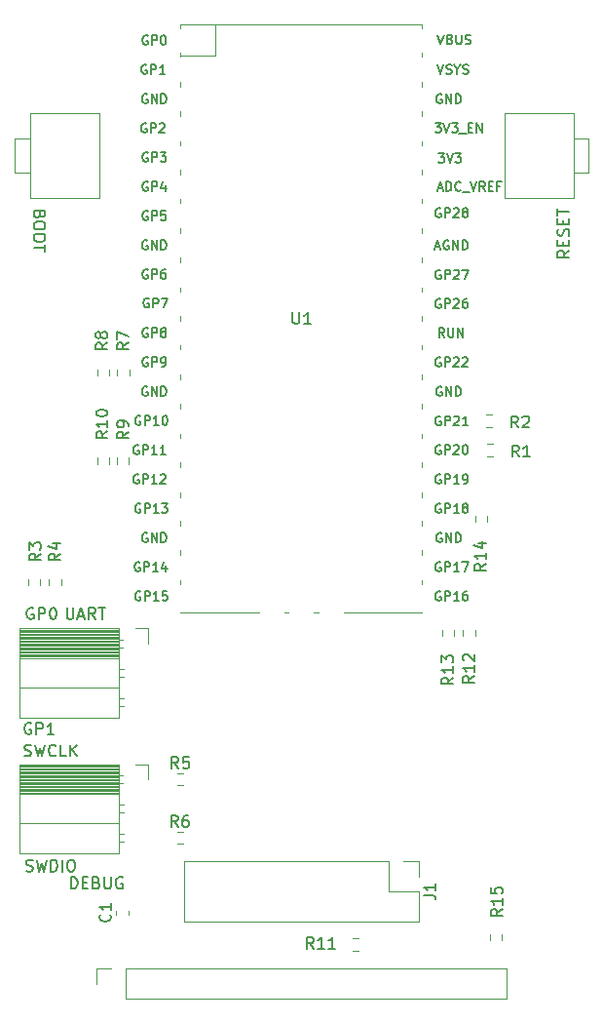
<source format=gbr>
%TF.GenerationSoftware,KiCad,Pcbnew,7.0.1*%
%TF.CreationDate,2023-04-12T13:42:12+09:00*%
%TF.ProjectId,KiCad,4b694361-642e-46b6-9963-61645f706362,rev?*%
%TF.SameCoordinates,PX7270e00PY8b3c880*%
%TF.FileFunction,Legend,Top*%
%TF.FilePolarity,Positive*%
%FSLAX46Y46*%
G04 Gerber Fmt 4.6, Leading zero omitted, Abs format (unit mm)*
G04 Created by KiCad (PCBNEW 7.0.1) date 2023-04-12 13:42:12*
%MOMM*%
%LPD*%
G01*
G04 APERTURE LIST*
%ADD10C,0.150000*%
%ADD11C,0.120000*%
%ADD12C,0.100000*%
G04 APERTURE END LIST*
D10*
X1685714Y34589762D02*
X1590476Y34637381D01*
X1590476Y34637381D02*
X1447619Y34637381D01*
X1447619Y34637381D02*
X1304762Y34589762D01*
X1304762Y34589762D02*
X1209524Y34494524D01*
X1209524Y34494524D02*
X1161905Y34399286D01*
X1161905Y34399286D02*
X1114286Y34208810D01*
X1114286Y34208810D02*
X1114286Y34065953D01*
X1114286Y34065953D02*
X1161905Y33875477D01*
X1161905Y33875477D02*
X1209524Y33780239D01*
X1209524Y33780239D02*
X1304762Y33685000D01*
X1304762Y33685000D02*
X1447619Y33637381D01*
X1447619Y33637381D02*
X1542857Y33637381D01*
X1542857Y33637381D02*
X1685714Y33685000D01*
X1685714Y33685000D02*
X1733333Y33732620D01*
X1733333Y33732620D02*
X1733333Y34065953D01*
X1733333Y34065953D02*
X1542857Y34065953D01*
X2161905Y33637381D02*
X2161905Y34637381D01*
X2161905Y34637381D02*
X2542857Y34637381D01*
X2542857Y34637381D02*
X2638095Y34589762D01*
X2638095Y34589762D02*
X2685714Y34542143D01*
X2685714Y34542143D02*
X2733333Y34446905D01*
X2733333Y34446905D02*
X2733333Y34304048D01*
X2733333Y34304048D02*
X2685714Y34208810D01*
X2685714Y34208810D02*
X2638095Y34161191D01*
X2638095Y34161191D02*
X2542857Y34113572D01*
X2542857Y34113572D02*
X2161905Y34113572D01*
X3352381Y34637381D02*
X3447619Y34637381D01*
X3447619Y34637381D02*
X3542857Y34589762D01*
X3542857Y34589762D02*
X3590476Y34542143D01*
X3590476Y34542143D02*
X3638095Y34446905D01*
X3638095Y34446905D02*
X3685714Y34256429D01*
X3685714Y34256429D02*
X3685714Y34018334D01*
X3685714Y34018334D02*
X3638095Y33827858D01*
X3638095Y33827858D02*
X3590476Y33732620D01*
X3590476Y33732620D02*
X3542857Y33685000D01*
X3542857Y33685000D02*
X3447619Y33637381D01*
X3447619Y33637381D02*
X3352381Y33637381D01*
X3352381Y33637381D02*
X3257143Y33685000D01*
X3257143Y33685000D02*
X3209524Y33732620D01*
X3209524Y33732620D02*
X3161905Y33827858D01*
X3161905Y33827858D02*
X3114286Y34018334D01*
X3114286Y34018334D02*
X3114286Y34256429D01*
X3114286Y34256429D02*
X3161905Y34446905D01*
X3161905Y34446905D02*
X3209524Y34542143D01*
X3209524Y34542143D02*
X3257143Y34589762D01*
X3257143Y34589762D02*
X3352381Y34637381D01*
X1485714Y24589762D02*
X1390476Y24637381D01*
X1390476Y24637381D02*
X1247619Y24637381D01*
X1247619Y24637381D02*
X1104762Y24589762D01*
X1104762Y24589762D02*
X1009524Y24494524D01*
X1009524Y24494524D02*
X961905Y24399286D01*
X961905Y24399286D02*
X914286Y24208810D01*
X914286Y24208810D02*
X914286Y24065953D01*
X914286Y24065953D02*
X961905Y23875477D01*
X961905Y23875477D02*
X1009524Y23780239D01*
X1009524Y23780239D02*
X1104762Y23685000D01*
X1104762Y23685000D02*
X1247619Y23637381D01*
X1247619Y23637381D02*
X1342857Y23637381D01*
X1342857Y23637381D02*
X1485714Y23685000D01*
X1485714Y23685000D02*
X1533333Y23732620D01*
X1533333Y23732620D02*
X1533333Y24065953D01*
X1533333Y24065953D02*
X1342857Y24065953D01*
X1961905Y23637381D02*
X1961905Y24637381D01*
X1961905Y24637381D02*
X2342857Y24637381D01*
X2342857Y24637381D02*
X2438095Y24589762D01*
X2438095Y24589762D02*
X2485714Y24542143D01*
X2485714Y24542143D02*
X2533333Y24446905D01*
X2533333Y24446905D02*
X2533333Y24304048D01*
X2533333Y24304048D02*
X2485714Y24208810D01*
X2485714Y24208810D02*
X2438095Y24161191D01*
X2438095Y24161191D02*
X2342857Y24113572D01*
X2342857Y24113572D02*
X1961905Y24113572D01*
X3485714Y23637381D02*
X2914286Y23637381D01*
X3200000Y23637381D02*
X3200000Y24637381D01*
X3200000Y24637381D02*
X3104762Y24494524D01*
X3104762Y24494524D02*
X3009524Y24399286D01*
X3009524Y24399286D02*
X2914286Y24351667D01*
%TO.C,C1*%
X8362380Y7995834D02*
X8410000Y7948215D01*
X8410000Y7948215D02*
X8457619Y7805358D01*
X8457619Y7805358D02*
X8457619Y7710120D01*
X8457619Y7710120D02*
X8410000Y7567263D01*
X8410000Y7567263D02*
X8314761Y7472025D01*
X8314761Y7472025D02*
X8219523Y7424406D01*
X8219523Y7424406D02*
X8029047Y7376787D01*
X8029047Y7376787D02*
X7886190Y7376787D01*
X7886190Y7376787D02*
X7695714Y7424406D01*
X7695714Y7424406D02*
X7600476Y7472025D01*
X7600476Y7472025D02*
X7505238Y7567263D01*
X7505238Y7567263D02*
X7457619Y7710120D01*
X7457619Y7710120D02*
X7457619Y7805358D01*
X7457619Y7805358D02*
X7505238Y7948215D01*
X7505238Y7948215D02*
X7552857Y7995834D01*
X8457619Y8948215D02*
X8457619Y8376787D01*
X8457619Y8662501D02*
X7457619Y8662501D01*
X7457619Y8662501D02*
X7600476Y8567263D01*
X7600476Y8567263D02*
X7695714Y8472025D01*
X7695714Y8472025D02*
X7743333Y8376787D01*
%TO.C,U1*%
X24238095Y60287381D02*
X24238095Y59477858D01*
X24238095Y59477858D02*
X24285714Y59382620D01*
X24285714Y59382620D02*
X24333333Y59335000D01*
X24333333Y59335000D02*
X24428571Y59287381D01*
X24428571Y59287381D02*
X24619047Y59287381D01*
X24619047Y59287381D02*
X24714285Y59335000D01*
X24714285Y59335000D02*
X24761904Y59382620D01*
X24761904Y59382620D02*
X24809523Y59477858D01*
X24809523Y59477858D02*
X24809523Y60287381D01*
X25809523Y59287381D02*
X25238095Y59287381D01*
X25523809Y59287381D02*
X25523809Y60287381D01*
X25523809Y60287381D02*
X25428571Y60144524D01*
X25428571Y60144524D02*
X25333333Y60049286D01*
X25333333Y60049286D02*
X25238095Y60001667D01*
X10847618Y48711810D02*
X10771428Y48749905D01*
X10771428Y48749905D02*
X10657142Y48749905D01*
X10657142Y48749905D02*
X10542856Y48711810D01*
X10542856Y48711810D02*
X10466666Y48635620D01*
X10466666Y48635620D02*
X10428571Y48559429D01*
X10428571Y48559429D02*
X10390475Y48407048D01*
X10390475Y48407048D02*
X10390475Y48292762D01*
X10390475Y48292762D02*
X10428571Y48140381D01*
X10428571Y48140381D02*
X10466666Y48064191D01*
X10466666Y48064191D02*
X10542856Y47988000D01*
X10542856Y47988000D02*
X10657142Y47949905D01*
X10657142Y47949905D02*
X10733333Y47949905D01*
X10733333Y47949905D02*
X10847618Y47988000D01*
X10847618Y47988000D02*
X10885714Y48026096D01*
X10885714Y48026096D02*
X10885714Y48292762D01*
X10885714Y48292762D02*
X10733333Y48292762D01*
X11228571Y47949905D02*
X11228571Y48749905D01*
X11228571Y48749905D02*
X11533333Y48749905D01*
X11533333Y48749905D02*
X11609523Y48711810D01*
X11609523Y48711810D02*
X11647618Y48673715D01*
X11647618Y48673715D02*
X11685714Y48597524D01*
X11685714Y48597524D02*
X11685714Y48483239D01*
X11685714Y48483239D02*
X11647618Y48407048D01*
X11647618Y48407048D02*
X11609523Y48368953D01*
X11609523Y48368953D02*
X11533333Y48330858D01*
X11533333Y48330858D02*
X11228571Y48330858D01*
X12447618Y47949905D02*
X11990475Y47949905D01*
X12219047Y47949905D02*
X12219047Y48749905D01*
X12219047Y48749905D02*
X12142856Y48635620D01*
X12142856Y48635620D02*
X12066666Y48559429D01*
X12066666Y48559429D02*
X11990475Y48521334D01*
X13209523Y47949905D02*
X12752380Y47949905D01*
X12980952Y47949905D02*
X12980952Y48749905D01*
X12980952Y48749905D02*
X12904761Y48635620D01*
X12904761Y48635620D02*
X12828571Y48559429D01*
X12828571Y48559429D02*
X12752380Y48521334D01*
X36644476Y65958477D02*
X37025429Y65958477D01*
X36568286Y65729905D02*
X36834953Y66529905D01*
X36834953Y66529905D02*
X37101619Y65729905D01*
X37787333Y66491810D02*
X37711143Y66529905D01*
X37711143Y66529905D02*
X37596857Y66529905D01*
X37596857Y66529905D02*
X37482571Y66491810D01*
X37482571Y66491810D02*
X37406381Y66415620D01*
X37406381Y66415620D02*
X37368286Y66339429D01*
X37368286Y66339429D02*
X37330190Y66187048D01*
X37330190Y66187048D02*
X37330190Y66072762D01*
X37330190Y66072762D02*
X37368286Y65920381D01*
X37368286Y65920381D02*
X37406381Y65844191D01*
X37406381Y65844191D02*
X37482571Y65768000D01*
X37482571Y65768000D02*
X37596857Y65729905D01*
X37596857Y65729905D02*
X37673048Y65729905D01*
X37673048Y65729905D02*
X37787333Y65768000D01*
X37787333Y65768000D02*
X37825429Y65806096D01*
X37825429Y65806096D02*
X37825429Y66072762D01*
X37825429Y66072762D02*
X37673048Y66072762D01*
X38168286Y65729905D02*
X38168286Y66529905D01*
X38168286Y66529905D02*
X38625429Y65729905D01*
X38625429Y65729905D02*
X38625429Y66529905D01*
X39006381Y65729905D02*
X39006381Y66529905D01*
X39006381Y66529905D02*
X39196857Y66529905D01*
X39196857Y66529905D02*
X39311143Y66491810D01*
X39311143Y66491810D02*
X39387333Y66415620D01*
X39387333Y66415620D02*
X39425428Y66339429D01*
X39425428Y66339429D02*
X39463524Y66187048D01*
X39463524Y66187048D02*
X39463524Y66072762D01*
X39463524Y66072762D02*
X39425428Y65920381D01*
X39425428Y65920381D02*
X39387333Y65844191D01*
X39387333Y65844191D02*
X39311143Y65768000D01*
X39311143Y65768000D02*
X39196857Y65729905D01*
X39196857Y65729905D02*
X39006381Y65729905D01*
X37190476Y41091810D02*
X37114286Y41129905D01*
X37114286Y41129905D02*
X37000000Y41129905D01*
X37000000Y41129905D02*
X36885714Y41091810D01*
X36885714Y41091810D02*
X36809524Y41015620D01*
X36809524Y41015620D02*
X36771429Y40939429D01*
X36771429Y40939429D02*
X36733333Y40787048D01*
X36733333Y40787048D02*
X36733333Y40672762D01*
X36733333Y40672762D02*
X36771429Y40520381D01*
X36771429Y40520381D02*
X36809524Y40444191D01*
X36809524Y40444191D02*
X36885714Y40368000D01*
X36885714Y40368000D02*
X37000000Y40329905D01*
X37000000Y40329905D02*
X37076191Y40329905D01*
X37076191Y40329905D02*
X37190476Y40368000D01*
X37190476Y40368000D02*
X37228572Y40406096D01*
X37228572Y40406096D02*
X37228572Y40672762D01*
X37228572Y40672762D02*
X37076191Y40672762D01*
X37571429Y40329905D02*
X37571429Y41129905D01*
X37571429Y41129905D02*
X38028572Y40329905D01*
X38028572Y40329905D02*
X38028572Y41129905D01*
X38409524Y40329905D02*
X38409524Y41129905D01*
X38409524Y41129905D02*
X38600000Y41129905D01*
X38600000Y41129905D02*
X38714286Y41091810D01*
X38714286Y41091810D02*
X38790476Y41015620D01*
X38790476Y41015620D02*
X38828571Y40939429D01*
X38828571Y40939429D02*
X38866667Y40787048D01*
X38866667Y40787048D02*
X38866667Y40672762D01*
X38866667Y40672762D02*
X38828571Y40520381D01*
X38828571Y40520381D02*
X38790476Y40444191D01*
X38790476Y40444191D02*
X38714286Y40368000D01*
X38714286Y40368000D02*
X38600000Y40329905D01*
X38600000Y40329905D02*
X38409524Y40329905D01*
X36833333Y84379905D02*
X37100000Y83579905D01*
X37100000Y83579905D02*
X37366666Y84379905D01*
X37899999Y83998953D02*
X38014285Y83960858D01*
X38014285Y83960858D02*
X38052380Y83922762D01*
X38052380Y83922762D02*
X38090476Y83846572D01*
X38090476Y83846572D02*
X38090476Y83732286D01*
X38090476Y83732286D02*
X38052380Y83656096D01*
X38052380Y83656096D02*
X38014285Y83618000D01*
X38014285Y83618000D02*
X37938095Y83579905D01*
X37938095Y83579905D02*
X37633333Y83579905D01*
X37633333Y83579905D02*
X37633333Y84379905D01*
X37633333Y84379905D02*
X37899999Y84379905D01*
X37899999Y84379905D02*
X37976190Y84341810D01*
X37976190Y84341810D02*
X38014285Y84303715D01*
X38014285Y84303715D02*
X38052380Y84227524D01*
X38052380Y84227524D02*
X38052380Y84151334D01*
X38052380Y84151334D02*
X38014285Y84075143D01*
X38014285Y84075143D02*
X37976190Y84037048D01*
X37976190Y84037048D02*
X37899999Y83998953D01*
X37899999Y83998953D02*
X37633333Y83998953D01*
X38433333Y84379905D02*
X38433333Y83732286D01*
X38433333Y83732286D02*
X38471428Y83656096D01*
X38471428Y83656096D02*
X38509523Y83618000D01*
X38509523Y83618000D02*
X38585714Y83579905D01*
X38585714Y83579905D02*
X38738095Y83579905D01*
X38738095Y83579905D02*
X38814285Y83618000D01*
X38814285Y83618000D02*
X38852380Y83656096D01*
X38852380Y83656096D02*
X38890476Y83732286D01*
X38890476Y83732286D02*
X38890476Y84379905D01*
X39233332Y83618000D02*
X39347618Y83579905D01*
X39347618Y83579905D02*
X39538094Y83579905D01*
X39538094Y83579905D02*
X39614285Y83618000D01*
X39614285Y83618000D02*
X39652380Y83656096D01*
X39652380Y83656096D02*
X39690475Y83732286D01*
X39690475Y83732286D02*
X39690475Y83808477D01*
X39690475Y83808477D02*
X39652380Y83884667D01*
X39652380Y83884667D02*
X39614285Y83922762D01*
X39614285Y83922762D02*
X39538094Y83960858D01*
X39538094Y83960858D02*
X39385713Y83998953D01*
X39385713Y83998953D02*
X39309523Y84037048D01*
X39309523Y84037048D02*
X39271428Y84075143D01*
X39271428Y84075143D02*
X39233332Y84151334D01*
X39233332Y84151334D02*
X39233332Y84227524D01*
X39233332Y84227524D02*
X39271428Y84303715D01*
X39271428Y84303715D02*
X39309523Y84341810D01*
X39309523Y84341810D02*
X39385713Y84379905D01*
X39385713Y84379905D02*
X39576190Y84379905D01*
X39576190Y84379905D02*
X39690475Y84341810D01*
X37190476Y79191810D02*
X37114286Y79229905D01*
X37114286Y79229905D02*
X37000000Y79229905D01*
X37000000Y79229905D02*
X36885714Y79191810D01*
X36885714Y79191810D02*
X36809524Y79115620D01*
X36809524Y79115620D02*
X36771429Y79039429D01*
X36771429Y79039429D02*
X36733333Y78887048D01*
X36733333Y78887048D02*
X36733333Y78772762D01*
X36733333Y78772762D02*
X36771429Y78620381D01*
X36771429Y78620381D02*
X36809524Y78544191D01*
X36809524Y78544191D02*
X36885714Y78468000D01*
X36885714Y78468000D02*
X37000000Y78429905D01*
X37000000Y78429905D02*
X37076191Y78429905D01*
X37076191Y78429905D02*
X37190476Y78468000D01*
X37190476Y78468000D02*
X37228572Y78506096D01*
X37228572Y78506096D02*
X37228572Y78772762D01*
X37228572Y78772762D02*
X37076191Y78772762D01*
X37571429Y78429905D02*
X37571429Y79229905D01*
X37571429Y79229905D02*
X38028572Y78429905D01*
X38028572Y78429905D02*
X38028572Y79229905D01*
X38409524Y78429905D02*
X38409524Y79229905D01*
X38409524Y79229905D02*
X38600000Y79229905D01*
X38600000Y79229905D02*
X38714286Y79191810D01*
X38714286Y79191810D02*
X38790476Y79115620D01*
X38790476Y79115620D02*
X38828571Y79039429D01*
X38828571Y79039429D02*
X38866667Y78887048D01*
X38866667Y78887048D02*
X38866667Y78772762D01*
X38866667Y78772762D02*
X38828571Y78620381D01*
X38828571Y78620381D02*
X38790476Y78544191D01*
X38790476Y78544191D02*
X38714286Y78468000D01*
X38714286Y78468000D02*
X38600000Y78429905D01*
X38600000Y78429905D02*
X38409524Y78429905D01*
X10993618Y43631810D02*
X10917428Y43669905D01*
X10917428Y43669905D02*
X10803142Y43669905D01*
X10803142Y43669905D02*
X10688856Y43631810D01*
X10688856Y43631810D02*
X10612666Y43555620D01*
X10612666Y43555620D02*
X10574571Y43479429D01*
X10574571Y43479429D02*
X10536475Y43327048D01*
X10536475Y43327048D02*
X10536475Y43212762D01*
X10536475Y43212762D02*
X10574571Y43060381D01*
X10574571Y43060381D02*
X10612666Y42984191D01*
X10612666Y42984191D02*
X10688856Y42908000D01*
X10688856Y42908000D02*
X10803142Y42869905D01*
X10803142Y42869905D02*
X10879333Y42869905D01*
X10879333Y42869905D02*
X10993618Y42908000D01*
X10993618Y42908000D02*
X11031714Y42946096D01*
X11031714Y42946096D02*
X11031714Y43212762D01*
X11031714Y43212762D02*
X10879333Y43212762D01*
X11374571Y42869905D02*
X11374571Y43669905D01*
X11374571Y43669905D02*
X11679333Y43669905D01*
X11679333Y43669905D02*
X11755523Y43631810D01*
X11755523Y43631810D02*
X11793618Y43593715D01*
X11793618Y43593715D02*
X11831714Y43517524D01*
X11831714Y43517524D02*
X11831714Y43403239D01*
X11831714Y43403239D02*
X11793618Y43327048D01*
X11793618Y43327048D02*
X11755523Y43288953D01*
X11755523Y43288953D02*
X11679333Y43250858D01*
X11679333Y43250858D02*
X11374571Y43250858D01*
X12593618Y42869905D02*
X12136475Y42869905D01*
X12365047Y42869905D02*
X12365047Y43669905D01*
X12365047Y43669905D02*
X12288856Y43555620D01*
X12288856Y43555620D02*
X12212666Y43479429D01*
X12212666Y43479429D02*
X12136475Y43441334D01*
X12860285Y43669905D02*
X13355523Y43669905D01*
X13355523Y43669905D02*
X13088857Y43365143D01*
X13088857Y43365143D02*
X13203142Y43365143D01*
X13203142Y43365143D02*
X13279333Y43327048D01*
X13279333Y43327048D02*
X13317428Y43288953D01*
X13317428Y43288953D02*
X13355523Y43212762D01*
X13355523Y43212762D02*
X13355523Y43022286D01*
X13355523Y43022286D02*
X13317428Y42946096D01*
X13317428Y42946096D02*
X13279333Y42908000D01*
X13279333Y42908000D02*
X13203142Y42869905D01*
X13203142Y42869905D02*
X12974571Y42869905D01*
X12974571Y42869905D02*
X12898380Y42908000D01*
X12898380Y42908000D02*
X12860285Y42946096D01*
X36862142Y71038477D02*
X37243095Y71038477D01*
X36785952Y70809905D02*
X37052619Y71609905D01*
X37052619Y71609905D02*
X37319285Y70809905D01*
X37585952Y70809905D02*
X37585952Y71609905D01*
X37585952Y71609905D02*
X37776428Y71609905D01*
X37776428Y71609905D02*
X37890714Y71571810D01*
X37890714Y71571810D02*
X37966904Y71495620D01*
X37966904Y71495620D02*
X38004999Y71419429D01*
X38004999Y71419429D02*
X38043095Y71267048D01*
X38043095Y71267048D02*
X38043095Y71152762D01*
X38043095Y71152762D02*
X38004999Y71000381D01*
X38004999Y71000381D02*
X37966904Y70924191D01*
X37966904Y70924191D02*
X37890714Y70848000D01*
X37890714Y70848000D02*
X37776428Y70809905D01*
X37776428Y70809905D02*
X37585952Y70809905D01*
X38843095Y70886096D02*
X38804999Y70848000D01*
X38804999Y70848000D02*
X38690714Y70809905D01*
X38690714Y70809905D02*
X38614523Y70809905D01*
X38614523Y70809905D02*
X38500237Y70848000D01*
X38500237Y70848000D02*
X38424047Y70924191D01*
X38424047Y70924191D02*
X38385952Y71000381D01*
X38385952Y71000381D02*
X38347856Y71152762D01*
X38347856Y71152762D02*
X38347856Y71267048D01*
X38347856Y71267048D02*
X38385952Y71419429D01*
X38385952Y71419429D02*
X38424047Y71495620D01*
X38424047Y71495620D02*
X38500237Y71571810D01*
X38500237Y71571810D02*
X38614523Y71609905D01*
X38614523Y71609905D02*
X38690714Y71609905D01*
X38690714Y71609905D02*
X38804999Y71571810D01*
X38804999Y71571810D02*
X38843095Y71533715D01*
X38995476Y70733715D02*
X39604999Y70733715D01*
X39681190Y71609905D02*
X39947857Y70809905D01*
X39947857Y70809905D02*
X40214523Y71609905D01*
X40938333Y70809905D02*
X40671666Y71190858D01*
X40481190Y70809905D02*
X40481190Y71609905D01*
X40481190Y71609905D02*
X40785952Y71609905D01*
X40785952Y71609905D02*
X40862142Y71571810D01*
X40862142Y71571810D02*
X40900237Y71533715D01*
X40900237Y71533715D02*
X40938333Y71457524D01*
X40938333Y71457524D02*
X40938333Y71343239D01*
X40938333Y71343239D02*
X40900237Y71267048D01*
X40900237Y71267048D02*
X40862142Y71228953D01*
X40862142Y71228953D02*
X40785952Y71190858D01*
X40785952Y71190858D02*
X40481190Y71190858D01*
X41281190Y71228953D02*
X41547856Y71228953D01*
X41662142Y70809905D02*
X41281190Y70809905D01*
X41281190Y70809905D02*
X41281190Y71609905D01*
X41281190Y71609905D02*
X41662142Y71609905D01*
X42271666Y71228953D02*
X42005000Y71228953D01*
X42005000Y70809905D02*
X42005000Y71609905D01*
X42005000Y71609905D02*
X42385952Y71609905D01*
X11628571Y71571810D02*
X11552381Y71609905D01*
X11552381Y71609905D02*
X11438095Y71609905D01*
X11438095Y71609905D02*
X11323809Y71571810D01*
X11323809Y71571810D02*
X11247619Y71495620D01*
X11247619Y71495620D02*
X11209524Y71419429D01*
X11209524Y71419429D02*
X11171428Y71267048D01*
X11171428Y71267048D02*
X11171428Y71152762D01*
X11171428Y71152762D02*
X11209524Y71000381D01*
X11209524Y71000381D02*
X11247619Y70924191D01*
X11247619Y70924191D02*
X11323809Y70848000D01*
X11323809Y70848000D02*
X11438095Y70809905D01*
X11438095Y70809905D02*
X11514286Y70809905D01*
X11514286Y70809905D02*
X11628571Y70848000D01*
X11628571Y70848000D02*
X11666667Y70886096D01*
X11666667Y70886096D02*
X11666667Y71152762D01*
X11666667Y71152762D02*
X11514286Y71152762D01*
X12009524Y70809905D02*
X12009524Y71609905D01*
X12009524Y71609905D02*
X12314286Y71609905D01*
X12314286Y71609905D02*
X12390476Y71571810D01*
X12390476Y71571810D02*
X12428571Y71533715D01*
X12428571Y71533715D02*
X12466667Y71457524D01*
X12466667Y71457524D02*
X12466667Y71343239D01*
X12466667Y71343239D02*
X12428571Y71267048D01*
X12428571Y71267048D02*
X12390476Y71228953D01*
X12390476Y71228953D02*
X12314286Y71190858D01*
X12314286Y71190858D02*
X12009524Y71190858D01*
X13152381Y71343239D02*
X13152381Y70809905D01*
X12961905Y71648000D02*
X12771428Y71076572D01*
X12771428Y71076572D02*
X13266667Y71076572D01*
X11728571Y61441810D02*
X11652381Y61479905D01*
X11652381Y61479905D02*
X11538095Y61479905D01*
X11538095Y61479905D02*
X11423809Y61441810D01*
X11423809Y61441810D02*
X11347619Y61365620D01*
X11347619Y61365620D02*
X11309524Y61289429D01*
X11309524Y61289429D02*
X11271428Y61137048D01*
X11271428Y61137048D02*
X11271428Y61022762D01*
X11271428Y61022762D02*
X11309524Y60870381D01*
X11309524Y60870381D02*
X11347619Y60794191D01*
X11347619Y60794191D02*
X11423809Y60718000D01*
X11423809Y60718000D02*
X11538095Y60679905D01*
X11538095Y60679905D02*
X11614286Y60679905D01*
X11614286Y60679905D02*
X11728571Y60718000D01*
X11728571Y60718000D02*
X11766667Y60756096D01*
X11766667Y60756096D02*
X11766667Y61022762D01*
X11766667Y61022762D02*
X11614286Y61022762D01*
X12109524Y60679905D02*
X12109524Y61479905D01*
X12109524Y61479905D02*
X12414286Y61479905D01*
X12414286Y61479905D02*
X12490476Y61441810D01*
X12490476Y61441810D02*
X12528571Y61403715D01*
X12528571Y61403715D02*
X12566667Y61327524D01*
X12566667Y61327524D02*
X12566667Y61213239D01*
X12566667Y61213239D02*
X12528571Y61137048D01*
X12528571Y61137048D02*
X12490476Y61098953D01*
X12490476Y61098953D02*
X12414286Y61060858D01*
X12414286Y61060858D02*
X12109524Y61060858D01*
X12833333Y61479905D02*
X13366667Y61479905D01*
X13366667Y61479905D02*
X13023809Y60679905D01*
X10993618Y36011810D02*
X10917428Y36049905D01*
X10917428Y36049905D02*
X10803142Y36049905D01*
X10803142Y36049905D02*
X10688856Y36011810D01*
X10688856Y36011810D02*
X10612666Y35935620D01*
X10612666Y35935620D02*
X10574571Y35859429D01*
X10574571Y35859429D02*
X10536475Y35707048D01*
X10536475Y35707048D02*
X10536475Y35592762D01*
X10536475Y35592762D02*
X10574571Y35440381D01*
X10574571Y35440381D02*
X10612666Y35364191D01*
X10612666Y35364191D02*
X10688856Y35288000D01*
X10688856Y35288000D02*
X10803142Y35249905D01*
X10803142Y35249905D02*
X10879333Y35249905D01*
X10879333Y35249905D02*
X10993618Y35288000D01*
X10993618Y35288000D02*
X11031714Y35326096D01*
X11031714Y35326096D02*
X11031714Y35592762D01*
X11031714Y35592762D02*
X10879333Y35592762D01*
X11374571Y35249905D02*
X11374571Y36049905D01*
X11374571Y36049905D02*
X11679333Y36049905D01*
X11679333Y36049905D02*
X11755523Y36011810D01*
X11755523Y36011810D02*
X11793618Y35973715D01*
X11793618Y35973715D02*
X11831714Y35897524D01*
X11831714Y35897524D02*
X11831714Y35783239D01*
X11831714Y35783239D02*
X11793618Y35707048D01*
X11793618Y35707048D02*
X11755523Y35668953D01*
X11755523Y35668953D02*
X11679333Y35630858D01*
X11679333Y35630858D02*
X11374571Y35630858D01*
X12593618Y35249905D02*
X12136475Y35249905D01*
X12365047Y35249905D02*
X12365047Y36049905D01*
X12365047Y36049905D02*
X12288856Y35935620D01*
X12288856Y35935620D02*
X12212666Y35859429D01*
X12212666Y35859429D02*
X12136475Y35821334D01*
X13317428Y36049905D02*
X12936476Y36049905D01*
X12936476Y36049905D02*
X12898380Y35668953D01*
X12898380Y35668953D02*
X12936476Y35707048D01*
X12936476Y35707048D02*
X13012666Y35745143D01*
X13012666Y35745143D02*
X13203142Y35745143D01*
X13203142Y35745143D02*
X13279333Y35707048D01*
X13279333Y35707048D02*
X13317428Y35668953D01*
X13317428Y35668953D02*
X13355523Y35592762D01*
X13355523Y35592762D02*
X13355523Y35402286D01*
X13355523Y35402286D02*
X13317428Y35326096D01*
X13317428Y35326096D02*
X13279333Y35288000D01*
X13279333Y35288000D02*
X13203142Y35249905D01*
X13203142Y35249905D02*
X13012666Y35249905D01*
X13012666Y35249905D02*
X12936476Y35288000D01*
X12936476Y35288000D02*
X12898380Y35326096D01*
X37101618Y38551810D02*
X37025428Y38589905D01*
X37025428Y38589905D02*
X36911142Y38589905D01*
X36911142Y38589905D02*
X36796856Y38551810D01*
X36796856Y38551810D02*
X36720666Y38475620D01*
X36720666Y38475620D02*
X36682571Y38399429D01*
X36682571Y38399429D02*
X36644475Y38247048D01*
X36644475Y38247048D02*
X36644475Y38132762D01*
X36644475Y38132762D02*
X36682571Y37980381D01*
X36682571Y37980381D02*
X36720666Y37904191D01*
X36720666Y37904191D02*
X36796856Y37828000D01*
X36796856Y37828000D02*
X36911142Y37789905D01*
X36911142Y37789905D02*
X36987333Y37789905D01*
X36987333Y37789905D02*
X37101618Y37828000D01*
X37101618Y37828000D02*
X37139714Y37866096D01*
X37139714Y37866096D02*
X37139714Y38132762D01*
X37139714Y38132762D02*
X36987333Y38132762D01*
X37482571Y37789905D02*
X37482571Y38589905D01*
X37482571Y38589905D02*
X37787333Y38589905D01*
X37787333Y38589905D02*
X37863523Y38551810D01*
X37863523Y38551810D02*
X37901618Y38513715D01*
X37901618Y38513715D02*
X37939714Y38437524D01*
X37939714Y38437524D02*
X37939714Y38323239D01*
X37939714Y38323239D02*
X37901618Y38247048D01*
X37901618Y38247048D02*
X37863523Y38208953D01*
X37863523Y38208953D02*
X37787333Y38170858D01*
X37787333Y38170858D02*
X37482571Y38170858D01*
X38701618Y37789905D02*
X38244475Y37789905D01*
X38473047Y37789905D02*
X38473047Y38589905D01*
X38473047Y38589905D02*
X38396856Y38475620D01*
X38396856Y38475620D02*
X38320666Y38399429D01*
X38320666Y38399429D02*
X38244475Y38361334D01*
X38968285Y38589905D02*
X39501619Y38589905D01*
X39501619Y38589905D02*
X39158761Y37789905D01*
X37101618Y61411810D02*
X37025428Y61449905D01*
X37025428Y61449905D02*
X36911142Y61449905D01*
X36911142Y61449905D02*
X36796856Y61411810D01*
X36796856Y61411810D02*
X36720666Y61335620D01*
X36720666Y61335620D02*
X36682571Y61259429D01*
X36682571Y61259429D02*
X36644475Y61107048D01*
X36644475Y61107048D02*
X36644475Y60992762D01*
X36644475Y60992762D02*
X36682571Y60840381D01*
X36682571Y60840381D02*
X36720666Y60764191D01*
X36720666Y60764191D02*
X36796856Y60688000D01*
X36796856Y60688000D02*
X36911142Y60649905D01*
X36911142Y60649905D02*
X36987333Y60649905D01*
X36987333Y60649905D02*
X37101618Y60688000D01*
X37101618Y60688000D02*
X37139714Y60726096D01*
X37139714Y60726096D02*
X37139714Y60992762D01*
X37139714Y60992762D02*
X36987333Y60992762D01*
X37482571Y60649905D02*
X37482571Y61449905D01*
X37482571Y61449905D02*
X37787333Y61449905D01*
X37787333Y61449905D02*
X37863523Y61411810D01*
X37863523Y61411810D02*
X37901618Y61373715D01*
X37901618Y61373715D02*
X37939714Y61297524D01*
X37939714Y61297524D02*
X37939714Y61183239D01*
X37939714Y61183239D02*
X37901618Y61107048D01*
X37901618Y61107048D02*
X37863523Y61068953D01*
X37863523Y61068953D02*
X37787333Y61030858D01*
X37787333Y61030858D02*
X37482571Y61030858D01*
X38244475Y61373715D02*
X38282571Y61411810D01*
X38282571Y61411810D02*
X38358761Y61449905D01*
X38358761Y61449905D02*
X38549237Y61449905D01*
X38549237Y61449905D02*
X38625428Y61411810D01*
X38625428Y61411810D02*
X38663523Y61373715D01*
X38663523Y61373715D02*
X38701618Y61297524D01*
X38701618Y61297524D02*
X38701618Y61221334D01*
X38701618Y61221334D02*
X38663523Y61107048D01*
X38663523Y61107048D02*
X38206380Y60649905D01*
X38206380Y60649905D02*
X38701618Y60649905D01*
X39387333Y61449905D02*
X39234952Y61449905D01*
X39234952Y61449905D02*
X39158761Y61411810D01*
X39158761Y61411810D02*
X39120666Y61373715D01*
X39120666Y61373715D02*
X39044476Y61259429D01*
X39044476Y61259429D02*
X39006380Y61107048D01*
X39006380Y61107048D02*
X39006380Y60802286D01*
X39006380Y60802286D02*
X39044476Y60726096D01*
X39044476Y60726096D02*
X39082571Y60688000D01*
X39082571Y60688000D02*
X39158761Y60649905D01*
X39158761Y60649905D02*
X39311142Y60649905D01*
X39311142Y60649905D02*
X39387333Y60688000D01*
X39387333Y60688000D02*
X39425428Y60726096D01*
X39425428Y60726096D02*
X39463523Y60802286D01*
X39463523Y60802286D02*
X39463523Y60992762D01*
X39463523Y60992762D02*
X39425428Y61068953D01*
X39425428Y61068953D02*
X39387333Y61107048D01*
X39387333Y61107048D02*
X39311142Y61145143D01*
X39311142Y61145143D02*
X39158761Y61145143D01*
X39158761Y61145143D02*
X39082571Y61107048D01*
X39082571Y61107048D02*
X39044476Y61068953D01*
X39044476Y61068953D02*
X39006380Y60992762D01*
X938095Y21785000D02*
X1080952Y21737381D01*
X1080952Y21737381D02*
X1319047Y21737381D01*
X1319047Y21737381D02*
X1414285Y21785000D01*
X1414285Y21785000D02*
X1461904Y21832620D01*
X1461904Y21832620D02*
X1509523Y21927858D01*
X1509523Y21927858D02*
X1509523Y22023096D01*
X1509523Y22023096D02*
X1461904Y22118334D01*
X1461904Y22118334D02*
X1414285Y22165953D01*
X1414285Y22165953D02*
X1319047Y22213572D01*
X1319047Y22213572D02*
X1128571Y22261191D01*
X1128571Y22261191D02*
X1033333Y22308810D01*
X1033333Y22308810D02*
X985714Y22356429D01*
X985714Y22356429D02*
X938095Y22451667D01*
X938095Y22451667D02*
X938095Y22546905D01*
X938095Y22546905D02*
X985714Y22642143D01*
X985714Y22642143D02*
X1033333Y22689762D01*
X1033333Y22689762D02*
X1128571Y22737381D01*
X1128571Y22737381D02*
X1366666Y22737381D01*
X1366666Y22737381D02*
X1509523Y22689762D01*
X1842857Y22737381D02*
X2080952Y21737381D01*
X2080952Y21737381D02*
X2271428Y22451667D01*
X2271428Y22451667D02*
X2461904Y21737381D01*
X2461904Y21737381D02*
X2700000Y22737381D01*
X3652380Y21832620D02*
X3604761Y21785000D01*
X3604761Y21785000D02*
X3461904Y21737381D01*
X3461904Y21737381D02*
X3366666Y21737381D01*
X3366666Y21737381D02*
X3223809Y21785000D01*
X3223809Y21785000D02*
X3128571Y21880239D01*
X3128571Y21880239D02*
X3080952Y21975477D01*
X3080952Y21975477D02*
X3033333Y22165953D01*
X3033333Y22165953D02*
X3033333Y22308810D01*
X3033333Y22308810D02*
X3080952Y22499286D01*
X3080952Y22499286D02*
X3128571Y22594524D01*
X3128571Y22594524D02*
X3223809Y22689762D01*
X3223809Y22689762D02*
X3366666Y22737381D01*
X3366666Y22737381D02*
X3461904Y22737381D01*
X3461904Y22737381D02*
X3604761Y22689762D01*
X3604761Y22689762D02*
X3652380Y22642143D01*
X4557142Y21737381D02*
X4080952Y21737381D01*
X4080952Y21737381D02*
X4080952Y22737381D01*
X4890476Y21737381D02*
X4890476Y22737381D01*
X5461904Y21737381D02*
X5033333Y22308810D01*
X5461904Y22737381D02*
X4890476Y22165953D01*
X36623809Y76689905D02*
X37119047Y76689905D01*
X37119047Y76689905D02*
X36852381Y76385143D01*
X36852381Y76385143D02*
X36966666Y76385143D01*
X36966666Y76385143D02*
X37042857Y76347048D01*
X37042857Y76347048D02*
X37080952Y76308953D01*
X37080952Y76308953D02*
X37119047Y76232762D01*
X37119047Y76232762D02*
X37119047Y76042286D01*
X37119047Y76042286D02*
X37080952Y75966096D01*
X37080952Y75966096D02*
X37042857Y75928000D01*
X37042857Y75928000D02*
X36966666Y75889905D01*
X36966666Y75889905D02*
X36738095Y75889905D01*
X36738095Y75889905D02*
X36661904Y75928000D01*
X36661904Y75928000D02*
X36623809Y75966096D01*
X37347619Y76689905D02*
X37614286Y75889905D01*
X37614286Y75889905D02*
X37880952Y76689905D01*
X38071428Y76689905D02*
X38566666Y76689905D01*
X38566666Y76689905D02*
X38300000Y76385143D01*
X38300000Y76385143D02*
X38414285Y76385143D01*
X38414285Y76385143D02*
X38490476Y76347048D01*
X38490476Y76347048D02*
X38528571Y76308953D01*
X38528571Y76308953D02*
X38566666Y76232762D01*
X38566666Y76232762D02*
X38566666Y76042286D01*
X38566666Y76042286D02*
X38528571Y75966096D01*
X38528571Y75966096D02*
X38490476Y75928000D01*
X38490476Y75928000D02*
X38414285Y75889905D01*
X38414285Y75889905D02*
X38185714Y75889905D01*
X38185714Y75889905D02*
X38109523Y75928000D01*
X38109523Y75928000D02*
X38071428Y75966096D01*
X38719048Y75813715D02*
X39328571Y75813715D01*
X39519048Y76308953D02*
X39785714Y76308953D01*
X39900000Y75889905D02*
X39519048Y75889905D01*
X39519048Y75889905D02*
X39519048Y76689905D01*
X39519048Y76689905D02*
X39900000Y76689905D01*
X40242858Y75889905D02*
X40242858Y76689905D01*
X40242858Y76689905D02*
X40700001Y75889905D01*
X40700001Y75889905D02*
X40700001Y76689905D01*
X36909523Y74079905D02*
X37404761Y74079905D01*
X37404761Y74079905D02*
X37138095Y73775143D01*
X37138095Y73775143D02*
X37252380Y73775143D01*
X37252380Y73775143D02*
X37328571Y73737048D01*
X37328571Y73737048D02*
X37366666Y73698953D01*
X37366666Y73698953D02*
X37404761Y73622762D01*
X37404761Y73622762D02*
X37404761Y73432286D01*
X37404761Y73432286D02*
X37366666Y73356096D01*
X37366666Y73356096D02*
X37328571Y73318000D01*
X37328571Y73318000D02*
X37252380Y73279905D01*
X37252380Y73279905D02*
X37023809Y73279905D01*
X37023809Y73279905D02*
X36947618Y73318000D01*
X36947618Y73318000D02*
X36909523Y73356096D01*
X37633333Y74079905D02*
X37900000Y73279905D01*
X37900000Y73279905D02*
X38166666Y74079905D01*
X38357142Y74079905D02*
X38852380Y74079905D01*
X38852380Y74079905D02*
X38585714Y73775143D01*
X38585714Y73775143D02*
X38699999Y73775143D01*
X38699999Y73775143D02*
X38776190Y73737048D01*
X38776190Y73737048D02*
X38814285Y73698953D01*
X38814285Y73698953D02*
X38852380Y73622762D01*
X38852380Y73622762D02*
X38852380Y73432286D01*
X38852380Y73432286D02*
X38814285Y73356096D01*
X38814285Y73356096D02*
X38776190Y73318000D01*
X38776190Y73318000D02*
X38699999Y73279905D01*
X38699999Y73279905D02*
X38471428Y73279905D01*
X38471428Y73279905D02*
X38395237Y73318000D01*
X38395237Y73318000D02*
X38357142Y73356096D01*
X11628571Y58871810D02*
X11552381Y58909905D01*
X11552381Y58909905D02*
X11438095Y58909905D01*
X11438095Y58909905D02*
X11323809Y58871810D01*
X11323809Y58871810D02*
X11247619Y58795620D01*
X11247619Y58795620D02*
X11209524Y58719429D01*
X11209524Y58719429D02*
X11171428Y58567048D01*
X11171428Y58567048D02*
X11171428Y58452762D01*
X11171428Y58452762D02*
X11209524Y58300381D01*
X11209524Y58300381D02*
X11247619Y58224191D01*
X11247619Y58224191D02*
X11323809Y58148000D01*
X11323809Y58148000D02*
X11438095Y58109905D01*
X11438095Y58109905D02*
X11514286Y58109905D01*
X11514286Y58109905D02*
X11628571Y58148000D01*
X11628571Y58148000D02*
X11666667Y58186096D01*
X11666667Y58186096D02*
X11666667Y58452762D01*
X11666667Y58452762D02*
X11514286Y58452762D01*
X12009524Y58109905D02*
X12009524Y58909905D01*
X12009524Y58909905D02*
X12314286Y58909905D01*
X12314286Y58909905D02*
X12390476Y58871810D01*
X12390476Y58871810D02*
X12428571Y58833715D01*
X12428571Y58833715D02*
X12466667Y58757524D01*
X12466667Y58757524D02*
X12466667Y58643239D01*
X12466667Y58643239D02*
X12428571Y58567048D01*
X12428571Y58567048D02*
X12390476Y58528953D01*
X12390476Y58528953D02*
X12314286Y58490858D01*
X12314286Y58490858D02*
X12009524Y58490858D01*
X12923809Y58567048D02*
X12847619Y58605143D01*
X12847619Y58605143D02*
X12809524Y58643239D01*
X12809524Y58643239D02*
X12771428Y58719429D01*
X12771428Y58719429D02*
X12771428Y58757524D01*
X12771428Y58757524D02*
X12809524Y58833715D01*
X12809524Y58833715D02*
X12847619Y58871810D01*
X12847619Y58871810D02*
X12923809Y58909905D01*
X12923809Y58909905D02*
X13076190Y58909905D01*
X13076190Y58909905D02*
X13152381Y58871810D01*
X13152381Y58871810D02*
X13190476Y58833715D01*
X13190476Y58833715D02*
X13228571Y58757524D01*
X13228571Y58757524D02*
X13228571Y58719429D01*
X13228571Y58719429D02*
X13190476Y58643239D01*
X13190476Y58643239D02*
X13152381Y58605143D01*
X13152381Y58605143D02*
X13076190Y58567048D01*
X13076190Y58567048D02*
X12923809Y58567048D01*
X12923809Y58567048D02*
X12847619Y58528953D01*
X12847619Y58528953D02*
X12809524Y58490858D01*
X12809524Y58490858D02*
X12771428Y58414667D01*
X12771428Y58414667D02*
X12771428Y58262286D01*
X12771428Y58262286D02*
X12809524Y58186096D01*
X12809524Y58186096D02*
X12847619Y58148000D01*
X12847619Y58148000D02*
X12923809Y58109905D01*
X12923809Y58109905D02*
X13076190Y58109905D01*
X13076190Y58109905D02*
X13152381Y58148000D01*
X13152381Y58148000D02*
X13190476Y58186096D01*
X13190476Y58186096D02*
X13228571Y58262286D01*
X13228571Y58262286D02*
X13228571Y58414667D01*
X13228571Y58414667D02*
X13190476Y58490858D01*
X13190476Y58490858D02*
X13152381Y58528953D01*
X13152381Y58528953D02*
X13076190Y58567048D01*
X37101618Y36011810D02*
X37025428Y36049905D01*
X37025428Y36049905D02*
X36911142Y36049905D01*
X36911142Y36049905D02*
X36796856Y36011810D01*
X36796856Y36011810D02*
X36720666Y35935620D01*
X36720666Y35935620D02*
X36682571Y35859429D01*
X36682571Y35859429D02*
X36644475Y35707048D01*
X36644475Y35707048D02*
X36644475Y35592762D01*
X36644475Y35592762D02*
X36682571Y35440381D01*
X36682571Y35440381D02*
X36720666Y35364191D01*
X36720666Y35364191D02*
X36796856Y35288000D01*
X36796856Y35288000D02*
X36911142Y35249905D01*
X36911142Y35249905D02*
X36987333Y35249905D01*
X36987333Y35249905D02*
X37101618Y35288000D01*
X37101618Y35288000D02*
X37139714Y35326096D01*
X37139714Y35326096D02*
X37139714Y35592762D01*
X37139714Y35592762D02*
X36987333Y35592762D01*
X37482571Y35249905D02*
X37482571Y36049905D01*
X37482571Y36049905D02*
X37787333Y36049905D01*
X37787333Y36049905D02*
X37863523Y36011810D01*
X37863523Y36011810D02*
X37901618Y35973715D01*
X37901618Y35973715D02*
X37939714Y35897524D01*
X37939714Y35897524D02*
X37939714Y35783239D01*
X37939714Y35783239D02*
X37901618Y35707048D01*
X37901618Y35707048D02*
X37863523Y35668953D01*
X37863523Y35668953D02*
X37787333Y35630858D01*
X37787333Y35630858D02*
X37482571Y35630858D01*
X38701618Y35249905D02*
X38244475Y35249905D01*
X38473047Y35249905D02*
X38473047Y36049905D01*
X38473047Y36049905D02*
X38396856Y35935620D01*
X38396856Y35935620D02*
X38320666Y35859429D01*
X38320666Y35859429D02*
X38244475Y35821334D01*
X39387333Y36049905D02*
X39234952Y36049905D01*
X39234952Y36049905D02*
X39158761Y36011810D01*
X39158761Y36011810D02*
X39120666Y35973715D01*
X39120666Y35973715D02*
X39044476Y35859429D01*
X39044476Y35859429D02*
X39006380Y35707048D01*
X39006380Y35707048D02*
X39006380Y35402286D01*
X39006380Y35402286D02*
X39044476Y35326096D01*
X39044476Y35326096D02*
X39082571Y35288000D01*
X39082571Y35288000D02*
X39158761Y35249905D01*
X39158761Y35249905D02*
X39311142Y35249905D01*
X39311142Y35249905D02*
X39387333Y35288000D01*
X39387333Y35288000D02*
X39425428Y35326096D01*
X39425428Y35326096D02*
X39463523Y35402286D01*
X39463523Y35402286D02*
X39463523Y35592762D01*
X39463523Y35592762D02*
X39425428Y35668953D01*
X39425428Y35668953D02*
X39387333Y35707048D01*
X39387333Y35707048D02*
X39311142Y35745143D01*
X39311142Y35745143D02*
X39158761Y35745143D01*
X39158761Y35745143D02*
X39082571Y35707048D01*
X39082571Y35707048D02*
X39044476Y35668953D01*
X39044476Y35668953D02*
X39006380Y35592762D01*
X37190476Y53791810D02*
X37114286Y53829905D01*
X37114286Y53829905D02*
X37000000Y53829905D01*
X37000000Y53829905D02*
X36885714Y53791810D01*
X36885714Y53791810D02*
X36809524Y53715620D01*
X36809524Y53715620D02*
X36771429Y53639429D01*
X36771429Y53639429D02*
X36733333Y53487048D01*
X36733333Y53487048D02*
X36733333Y53372762D01*
X36733333Y53372762D02*
X36771429Y53220381D01*
X36771429Y53220381D02*
X36809524Y53144191D01*
X36809524Y53144191D02*
X36885714Y53068000D01*
X36885714Y53068000D02*
X37000000Y53029905D01*
X37000000Y53029905D02*
X37076191Y53029905D01*
X37076191Y53029905D02*
X37190476Y53068000D01*
X37190476Y53068000D02*
X37228572Y53106096D01*
X37228572Y53106096D02*
X37228572Y53372762D01*
X37228572Y53372762D02*
X37076191Y53372762D01*
X37571429Y53029905D02*
X37571429Y53829905D01*
X37571429Y53829905D02*
X38028572Y53029905D01*
X38028572Y53029905D02*
X38028572Y53829905D01*
X38409524Y53029905D02*
X38409524Y53829905D01*
X38409524Y53829905D02*
X38600000Y53829905D01*
X38600000Y53829905D02*
X38714286Y53791810D01*
X38714286Y53791810D02*
X38790476Y53715620D01*
X38790476Y53715620D02*
X38828571Y53639429D01*
X38828571Y53639429D02*
X38866667Y53487048D01*
X38866667Y53487048D02*
X38866667Y53372762D01*
X38866667Y53372762D02*
X38828571Y53220381D01*
X38828571Y53220381D02*
X38790476Y53144191D01*
X38790476Y53144191D02*
X38714286Y53068000D01*
X38714286Y53068000D02*
X38600000Y53029905D01*
X38600000Y53029905D02*
X38409524Y53029905D01*
X11590476Y66491810D02*
X11514286Y66529905D01*
X11514286Y66529905D02*
X11400000Y66529905D01*
X11400000Y66529905D02*
X11285714Y66491810D01*
X11285714Y66491810D02*
X11209524Y66415620D01*
X11209524Y66415620D02*
X11171429Y66339429D01*
X11171429Y66339429D02*
X11133333Y66187048D01*
X11133333Y66187048D02*
X11133333Y66072762D01*
X11133333Y66072762D02*
X11171429Y65920381D01*
X11171429Y65920381D02*
X11209524Y65844191D01*
X11209524Y65844191D02*
X11285714Y65768000D01*
X11285714Y65768000D02*
X11400000Y65729905D01*
X11400000Y65729905D02*
X11476191Y65729905D01*
X11476191Y65729905D02*
X11590476Y65768000D01*
X11590476Y65768000D02*
X11628572Y65806096D01*
X11628572Y65806096D02*
X11628572Y66072762D01*
X11628572Y66072762D02*
X11476191Y66072762D01*
X11971429Y65729905D02*
X11971429Y66529905D01*
X11971429Y66529905D02*
X12428572Y65729905D01*
X12428572Y65729905D02*
X12428572Y66529905D01*
X12809524Y65729905D02*
X12809524Y66529905D01*
X12809524Y66529905D02*
X13000000Y66529905D01*
X13000000Y66529905D02*
X13114286Y66491810D01*
X13114286Y66491810D02*
X13190476Y66415620D01*
X13190476Y66415620D02*
X13228571Y66339429D01*
X13228571Y66339429D02*
X13266667Y66187048D01*
X13266667Y66187048D02*
X13266667Y66072762D01*
X13266667Y66072762D02*
X13228571Y65920381D01*
X13228571Y65920381D02*
X13190476Y65844191D01*
X13190476Y65844191D02*
X13114286Y65768000D01*
X13114286Y65768000D02*
X13000000Y65729905D01*
X13000000Y65729905D02*
X12809524Y65729905D01*
X37101618Y69285810D02*
X37025428Y69323905D01*
X37025428Y69323905D02*
X36911142Y69323905D01*
X36911142Y69323905D02*
X36796856Y69285810D01*
X36796856Y69285810D02*
X36720666Y69209620D01*
X36720666Y69209620D02*
X36682571Y69133429D01*
X36682571Y69133429D02*
X36644475Y68981048D01*
X36644475Y68981048D02*
X36644475Y68866762D01*
X36644475Y68866762D02*
X36682571Y68714381D01*
X36682571Y68714381D02*
X36720666Y68638191D01*
X36720666Y68638191D02*
X36796856Y68562000D01*
X36796856Y68562000D02*
X36911142Y68523905D01*
X36911142Y68523905D02*
X36987333Y68523905D01*
X36987333Y68523905D02*
X37101618Y68562000D01*
X37101618Y68562000D02*
X37139714Y68600096D01*
X37139714Y68600096D02*
X37139714Y68866762D01*
X37139714Y68866762D02*
X36987333Y68866762D01*
X37482571Y68523905D02*
X37482571Y69323905D01*
X37482571Y69323905D02*
X37787333Y69323905D01*
X37787333Y69323905D02*
X37863523Y69285810D01*
X37863523Y69285810D02*
X37901618Y69247715D01*
X37901618Y69247715D02*
X37939714Y69171524D01*
X37939714Y69171524D02*
X37939714Y69057239D01*
X37939714Y69057239D02*
X37901618Y68981048D01*
X37901618Y68981048D02*
X37863523Y68942953D01*
X37863523Y68942953D02*
X37787333Y68904858D01*
X37787333Y68904858D02*
X37482571Y68904858D01*
X38244475Y69247715D02*
X38282571Y69285810D01*
X38282571Y69285810D02*
X38358761Y69323905D01*
X38358761Y69323905D02*
X38549237Y69323905D01*
X38549237Y69323905D02*
X38625428Y69285810D01*
X38625428Y69285810D02*
X38663523Y69247715D01*
X38663523Y69247715D02*
X38701618Y69171524D01*
X38701618Y69171524D02*
X38701618Y69095334D01*
X38701618Y69095334D02*
X38663523Y68981048D01*
X38663523Y68981048D02*
X38206380Y68523905D01*
X38206380Y68523905D02*
X38701618Y68523905D01*
X39158761Y68981048D02*
X39082571Y69019143D01*
X39082571Y69019143D02*
X39044476Y69057239D01*
X39044476Y69057239D02*
X39006380Y69133429D01*
X39006380Y69133429D02*
X39006380Y69171524D01*
X39006380Y69171524D02*
X39044476Y69247715D01*
X39044476Y69247715D02*
X39082571Y69285810D01*
X39082571Y69285810D02*
X39158761Y69323905D01*
X39158761Y69323905D02*
X39311142Y69323905D01*
X39311142Y69323905D02*
X39387333Y69285810D01*
X39387333Y69285810D02*
X39425428Y69247715D01*
X39425428Y69247715D02*
X39463523Y69171524D01*
X39463523Y69171524D02*
X39463523Y69133429D01*
X39463523Y69133429D02*
X39425428Y69057239D01*
X39425428Y69057239D02*
X39387333Y69019143D01*
X39387333Y69019143D02*
X39311142Y68981048D01*
X39311142Y68981048D02*
X39158761Y68981048D01*
X39158761Y68981048D02*
X39082571Y68942953D01*
X39082571Y68942953D02*
X39044476Y68904858D01*
X39044476Y68904858D02*
X39006380Y68828667D01*
X39006380Y68828667D02*
X39006380Y68676286D01*
X39006380Y68676286D02*
X39044476Y68600096D01*
X39044476Y68600096D02*
X39082571Y68562000D01*
X39082571Y68562000D02*
X39158761Y68523905D01*
X39158761Y68523905D02*
X39311142Y68523905D01*
X39311142Y68523905D02*
X39387333Y68562000D01*
X39387333Y68562000D02*
X39425428Y68600096D01*
X39425428Y68600096D02*
X39463523Y68676286D01*
X39463523Y68676286D02*
X39463523Y68828667D01*
X39463523Y68828667D02*
X39425428Y68904858D01*
X39425428Y68904858D02*
X39387333Y68942953D01*
X39387333Y68942953D02*
X39311142Y68981048D01*
X11628571Y56331810D02*
X11552381Y56369905D01*
X11552381Y56369905D02*
X11438095Y56369905D01*
X11438095Y56369905D02*
X11323809Y56331810D01*
X11323809Y56331810D02*
X11247619Y56255620D01*
X11247619Y56255620D02*
X11209524Y56179429D01*
X11209524Y56179429D02*
X11171428Y56027048D01*
X11171428Y56027048D02*
X11171428Y55912762D01*
X11171428Y55912762D02*
X11209524Y55760381D01*
X11209524Y55760381D02*
X11247619Y55684191D01*
X11247619Y55684191D02*
X11323809Y55608000D01*
X11323809Y55608000D02*
X11438095Y55569905D01*
X11438095Y55569905D02*
X11514286Y55569905D01*
X11514286Y55569905D02*
X11628571Y55608000D01*
X11628571Y55608000D02*
X11666667Y55646096D01*
X11666667Y55646096D02*
X11666667Y55912762D01*
X11666667Y55912762D02*
X11514286Y55912762D01*
X12009524Y55569905D02*
X12009524Y56369905D01*
X12009524Y56369905D02*
X12314286Y56369905D01*
X12314286Y56369905D02*
X12390476Y56331810D01*
X12390476Y56331810D02*
X12428571Y56293715D01*
X12428571Y56293715D02*
X12466667Y56217524D01*
X12466667Y56217524D02*
X12466667Y56103239D01*
X12466667Y56103239D02*
X12428571Y56027048D01*
X12428571Y56027048D02*
X12390476Y55988953D01*
X12390476Y55988953D02*
X12314286Y55950858D01*
X12314286Y55950858D02*
X12009524Y55950858D01*
X12847619Y55569905D02*
X13000000Y55569905D01*
X13000000Y55569905D02*
X13076190Y55608000D01*
X13076190Y55608000D02*
X13114286Y55646096D01*
X13114286Y55646096D02*
X13190476Y55760381D01*
X13190476Y55760381D02*
X13228571Y55912762D01*
X13228571Y55912762D02*
X13228571Y56217524D01*
X13228571Y56217524D02*
X13190476Y56293715D01*
X13190476Y56293715D02*
X13152381Y56331810D01*
X13152381Y56331810D02*
X13076190Y56369905D01*
X13076190Y56369905D02*
X12923809Y56369905D01*
X12923809Y56369905D02*
X12847619Y56331810D01*
X12847619Y56331810D02*
X12809524Y56293715D01*
X12809524Y56293715D02*
X12771428Y56217524D01*
X12771428Y56217524D02*
X12771428Y56027048D01*
X12771428Y56027048D02*
X12809524Y55950858D01*
X12809524Y55950858D02*
X12847619Y55912762D01*
X12847619Y55912762D02*
X12923809Y55874667D01*
X12923809Y55874667D02*
X13076190Y55874667D01*
X13076190Y55874667D02*
X13152381Y55912762D01*
X13152381Y55912762D02*
X13190476Y55950858D01*
X13190476Y55950858D02*
X13228571Y56027048D01*
X1080953Y11785000D02*
X1223810Y11737381D01*
X1223810Y11737381D02*
X1461905Y11737381D01*
X1461905Y11737381D02*
X1557143Y11785000D01*
X1557143Y11785000D02*
X1604762Y11832620D01*
X1604762Y11832620D02*
X1652381Y11927858D01*
X1652381Y11927858D02*
X1652381Y12023096D01*
X1652381Y12023096D02*
X1604762Y12118334D01*
X1604762Y12118334D02*
X1557143Y12165953D01*
X1557143Y12165953D02*
X1461905Y12213572D01*
X1461905Y12213572D02*
X1271429Y12261191D01*
X1271429Y12261191D02*
X1176191Y12308810D01*
X1176191Y12308810D02*
X1128572Y12356429D01*
X1128572Y12356429D02*
X1080953Y12451667D01*
X1080953Y12451667D02*
X1080953Y12546905D01*
X1080953Y12546905D02*
X1128572Y12642143D01*
X1128572Y12642143D02*
X1176191Y12689762D01*
X1176191Y12689762D02*
X1271429Y12737381D01*
X1271429Y12737381D02*
X1509524Y12737381D01*
X1509524Y12737381D02*
X1652381Y12689762D01*
X1985715Y12737381D02*
X2223810Y11737381D01*
X2223810Y11737381D02*
X2414286Y12451667D01*
X2414286Y12451667D02*
X2604762Y11737381D01*
X2604762Y11737381D02*
X2842858Y12737381D01*
X3223810Y11737381D02*
X3223810Y12737381D01*
X3223810Y12737381D02*
X3461905Y12737381D01*
X3461905Y12737381D02*
X3604762Y12689762D01*
X3604762Y12689762D02*
X3700000Y12594524D01*
X3700000Y12594524D02*
X3747619Y12499286D01*
X3747619Y12499286D02*
X3795238Y12308810D01*
X3795238Y12308810D02*
X3795238Y12165953D01*
X3795238Y12165953D02*
X3747619Y11975477D01*
X3747619Y11975477D02*
X3700000Y11880239D01*
X3700000Y11880239D02*
X3604762Y11785000D01*
X3604762Y11785000D02*
X3461905Y11737381D01*
X3461905Y11737381D02*
X3223810Y11737381D01*
X4223810Y11737381D02*
X4223810Y12737381D01*
X4890476Y12737381D02*
X5080952Y12737381D01*
X5080952Y12737381D02*
X5176190Y12689762D01*
X5176190Y12689762D02*
X5271428Y12594524D01*
X5271428Y12594524D02*
X5319047Y12404048D01*
X5319047Y12404048D02*
X5319047Y12070715D01*
X5319047Y12070715D02*
X5271428Y11880239D01*
X5271428Y11880239D02*
X5176190Y11785000D01*
X5176190Y11785000D02*
X5080952Y11737381D01*
X5080952Y11737381D02*
X4890476Y11737381D01*
X4890476Y11737381D02*
X4795238Y11785000D01*
X4795238Y11785000D02*
X4700000Y11880239D01*
X4700000Y11880239D02*
X4652381Y12070715D01*
X4652381Y12070715D02*
X4652381Y12404048D01*
X4652381Y12404048D02*
X4700000Y12594524D01*
X4700000Y12594524D02*
X4795238Y12689762D01*
X4795238Y12689762D02*
X4890476Y12737381D01*
X11628571Y69031810D02*
X11552381Y69069905D01*
X11552381Y69069905D02*
X11438095Y69069905D01*
X11438095Y69069905D02*
X11323809Y69031810D01*
X11323809Y69031810D02*
X11247619Y68955620D01*
X11247619Y68955620D02*
X11209524Y68879429D01*
X11209524Y68879429D02*
X11171428Y68727048D01*
X11171428Y68727048D02*
X11171428Y68612762D01*
X11171428Y68612762D02*
X11209524Y68460381D01*
X11209524Y68460381D02*
X11247619Y68384191D01*
X11247619Y68384191D02*
X11323809Y68308000D01*
X11323809Y68308000D02*
X11438095Y68269905D01*
X11438095Y68269905D02*
X11514286Y68269905D01*
X11514286Y68269905D02*
X11628571Y68308000D01*
X11628571Y68308000D02*
X11666667Y68346096D01*
X11666667Y68346096D02*
X11666667Y68612762D01*
X11666667Y68612762D02*
X11514286Y68612762D01*
X12009524Y68269905D02*
X12009524Y69069905D01*
X12009524Y69069905D02*
X12314286Y69069905D01*
X12314286Y69069905D02*
X12390476Y69031810D01*
X12390476Y69031810D02*
X12428571Y68993715D01*
X12428571Y68993715D02*
X12466667Y68917524D01*
X12466667Y68917524D02*
X12466667Y68803239D01*
X12466667Y68803239D02*
X12428571Y68727048D01*
X12428571Y68727048D02*
X12390476Y68688953D01*
X12390476Y68688953D02*
X12314286Y68650858D01*
X12314286Y68650858D02*
X12009524Y68650858D01*
X13190476Y69069905D02*
X12809524Y69069905D01*
X12809524Y69069905D02*
X12771428Y68688953D01*
X12771428Y68688953D02*
X12809524Y68727048D01*
X12809524Y68727048D02*
X12885714Y68765143D01*
X12885714Y68765143D02*
X13076190Y68765143D01*
X13076190Y68765143D02*
X13152381Y68727048D01*
X13152381Y68727048D02*
X13190476Y68688953D01*
X13190476Y68688953D02*
X13228571Y68612762D01*
X13228571Y68612762D02*
X13228571Y68422286D01*
X13228571Y68422286D02*
X13190476Y68346096D01*
X13190476Y68346096D02*
X13152381Y68308000D01*
X13152381Y68308000D02*
X13076190Y68269905D01*
X13076190Y68269905D02*
X12885714Y68269905D01*
X12885714Y68269905D02*
X12809524Y68308000D01*
X12809524Y68308000D02*
X12771428Y68346096D01*
X11628571Y84271810D02*
X11552381Y84309905D01*
X11552381Y84309905D02*
X11438095Y84309905D01*
X11438095Y84309905D02*
X11323809Y84271810D01*
X11323809Y84271810D02*
X11247619Y84195620D01*
X11247619Y84195620D02*
X11209524Y84119429D01*
X11209524Y84119429D02*
X11171428Y83967048D01*
X11171428Y83967048D02*
X11171428Y83852762D01*
X11171428Y83852762D02*
X11209524Y83700381D01*
X11209524Y83700381D02*
X11247619Y83624191D01*
X11247619Y83624191D02*
X11323809Y83548000D01*
X11323809Y83548000D02*
X11438095Y83509905D01*
X11438095Y83509905D02*
X11514286Y83509905D01*
X11514286Y83509905D02*
X11628571Y83548000D01*
X11628571Y83548000D02*
X11666667Y83586096D01*
X11666667Y83586096D02*
X11666667Y83852762D01*
X11666667Y83852762D02*
X11514286Y83852762D01*
X12009524Y83509905D02*
X12009524Y84309905D01*
X12009524Y84309905D02*
X12314286Y84309905D01*
X12314286Y84309905D02*
X12390476Y84271810D01*
X12390476Y84271810D02*
X12428571Y84233715D01*
X12428571Y84233715D02*
X12466667Y84157524D01*
X12466667Y84157524D02*
X12466667Y84043239D01*
X12466667Y84043239D02*
X12428571Y83967048D01*
X12428571Y83967048D02*
X12390476Y83928953D01*
X12390476Y83928953D02*
X12314286Y83890858D01*
X12314286Y83890858D02*
X12009524Y83890858D01*
X12961905Y84309905D02*
X13038095Y84309905D01*
X13038095Y84309905D02*
X13114286Y84271810D01*
X13114286Y84271810D02*
X13152381Y84233715D01*
X13152381Y84233715D02*
X13190476Y84157524D01*
X13190476Y84157524D02*
X13228571Y84005143D01*
X13228571Y84005143D02*
X13228571Y83814667D01*
X13228571Y83814667D02*
X13190476Y83662286D01*
X13190476Y83662286D02*
X13152381Y83586096D01*
X13152381Y83586096D02*
X13114286Y83548000D01*
X13114286Y83548000D02*
X13038095Y83509905D01*
X13038095Y83509905D02*
X12961905Y83509905D01*
X12961905Y83509905D02*
X12885714Y83548000D01*
X12885714Y83548000D02*
X12847619Y83586096D01*
X12847619Y83586096D02*
X12809524Y83662286D01*
X12809524Y83662286D02*
X12771428Y83814667D01*
X12771428Y83814667D02*
X12771428Y84005143D01*
X12771428Y84005143D02*
X12809524Y84157524D01*
X12809524Y84157524D02*
X12847619Y84233715D01*
X12847619Y84233715D02*
X12885714Y84271810D01*
X12885714Y84271810D02*
X12961905Y84309905D01*
X11628571Y74111810D02*
X11552381Y74149905D01*
X11552381Y74149905D02*
X11438095Y74149905D01*
X11438095Y74149905D02*
X11323809Y74111810D01*
X11323809Y74111810D02*
X11247619Y74035620D01*
X11247619Y74035620D02*
X11209524Y73959429D01*
X11209524Y73959429D02*
X11171428Y73807048D01*
X11171428Y73807048D02*
X11171428Y73692762D01*
X11171428Y73692762D02*
X11209524Y73540381D01*
X11209524Y73540381D02*
X11247619Y73464191D01*
X11247619Y73464191D02*
X11323809Y73388000D01*
X11323809Y73388000D02*
X11438095Y73349905D01*
X11438095Y73349905D02*
X11514286Y73349905D01*
X11514286Y73349905D02*
X11628571Y73388000D01*
X11628571Y73388000D02*
X11666667Y73426096D01*
X11666667Y73426096D02*
X11666667Y73692762D01*
X11666667Y73692762D02*
X11514286Y73692762D01*
X12009524Y73349905D02*
X12009524Y74149905D01*
X12009524Y74149905D02*
X12314286Y74149905D01*
X12314286Y74149905D02*
X12390476Y74111810D01*
X12390476Y74111810D02*
X12428571Y74073715D01*
X12428571Y74073715D02*
X12466667Y73997524D01*
X12466667Y73997524D02*
X12466667Y73883239D01*
X12466667Y73883239D02*
X12428571Y73807048D01*
X12428571Y73807048D02*
X12390476Y73768953D01*
X12390476Y73768953D02*
X12314286Y73730858D01*
X12314286Y73730858D02*
X12009524Y73730858D01*
X12733333Y74149905D02*
X13228571Y74149905D01*
X13228571Y74149905D02*
X12961905Y73845143D01*
X12961905Y73845143D02*
X13076190Y73845143D01*
X13076190Y73845143D02*
X13152381Y73807048D01*
X13152381Y73807048D02*
X13190476Y73768953D01*
X13190476Y73768953D02*
X13228571Y73692762D01*
X13228571Y73692762D02*
X13228571Y73502286D01*
X13228571Y73502286D02*
X13190476Y73426096D01*
X13190476Y73426096D02*
X13152381Y73388000D01*
X13152381Y73388000D02*
X13076190Y73349905D01*
X13076190Y73349905D02*
X12847619Y73349905D01*
X12847619Y73349905D02*
X12771428Y73388000D01*
X12771428Y73388000D02*
X12733333Y73426096D01*
X11590476Y41091810D02*
X11514286Y41129905D01*
X11514286Y41129905D02*
X11400000Y41129905D01*
X11400000Y41129905D02*
X11285714Y41091810D01*
X11285714Y41091810D02*
X11209524Y41015620D01*
X11209524Y41015620D02*
X11171429Y40939429D01*
X11171429Y40939429D02*
X11133333Y40787048D01*
X11133333Y40787048D02*
X11133333Y40672762D01*
X11133333Y40672762D02*
X11171429Y40520381D01*
X11171429Y40520381D02*
X11209524Y40444191D01*
X11209524Y40444191D02*
X11285714Y40368000D01*
X11285714Y40368000D02*
X11400000Y40329905D01*
X11400000Y40329905D02*
X11476191Y40329905D01*
X11476191Y40329905D02*
X11590476Y40368000D01*
X11590476Y40368000D02*
X11628572Y40406096D01*
X11628572Y40406096D02*
X11628572Y40672762D01*
X11628572Y40672762D02*
X11476191Y40672762D01*
X11971429Y40329905D02*
X11971429Y41129905D01*
X11971429Y41129905D02*
X12428572Y40329905D01*
X12428572Y40329905D02*
X12428572Y41129905D01*
X12809524Y40329905D02*
X12809524Y41129905D01*
X12809524Y41129905D02*
X13000000Y41129905D01*
X13000000Y41129905D02*
X13114286Y41091810D01*
X13114286Y41091810D02*
X13190476Y41015620D01*
X13190476Y41015620D02*
X13228571Y40939429D01*
X13228571Y40939429D02*
X13266667Y40787048D01*
X13266667Y40787048D02*
X13266667Y40672762D01*
X13266667Y40672762D02*
X13228571Y40520381D01*
X13228571Y40520381D02*
X13190476Y40444191D01*
X13190476Y40444191D02*
X13114286Y40368000D01*
X13114286Y40368000D02*
X13000000Y40329905D01*
X13000000Y40329905D02*
X12809524Y40329905D01*
X11590476Y79191810D02*
X11514286Y79229905D01*
X11514286Y79229905D02*
X11400000Y79229905D01*
X11400000Y79229905D02*
X11285714Y79191810D01*
X11285714Y79191810D02*
X11209524Y79115620D01*
X11209524Y79115620D02*
X11171429Y79039429D01*
X11171429Y79039429D02*
X11133333Y78887048D01*
X11133333Y78887048D02*
X11133333Y78772762D01*
X11133333Y78772762D02*
X11171429Y78620381D01*
X11171429Y78620381D02*
X11209524Y78544191D01*
X11209524Y78544191D02*
X11285714Y78468000D01*
X11285714Y78468000D02*
X11400000Y78429905D01*
X11400000Y78429905D02*
X11476191Y78429905D01*
X11476191Y78429905D02*
X11590476Y78468000D01*
X11590476Y78468000D02*
X11628572Y78506096D01*
X11628572Y78506096D02*
X11628572Y78772762D01*
X11628572Y78772762D02*
X11476191Y78772762D01*
X11971429Y78429905D02*
X11971429Y79229905D01*
X11971429Y79229905D02*
X12428572Y78429905D01*
X12428572Y78429905D02*
X12428572Y79229905D01*
X12809524Y78429905D02*
X12809524Y79229905D01*
X12809524Y79229905D02*
X13000000Y79229905D01*
X13000000Y79229905D02*
X13114286Y79191810D01*
X13114286Y79191810D02*
X13190476Y79115620D01*
X13190476Y79115620D02*
X13228571Y79039429D01*
X13228571Y79039429D02*
X13266667Y78887048D01*
X13266667Y78887048D02*
X13266667Y78772762D01*
X13266667Y78772762D02*
X13228571Y78620381D01*
X13228571Y78620381D02*
X13190476Y78544191D01*
X13190476Y78544191D02*
X13114286Y78468000D01*
X13114286Y78468000D02*
X13000000Y78429905D01*
X13000000Y78429905D02*
X12809524Y78429905D01*
X37101618Y48711810D02*
X37025428Y48749905D01*
X37025428Y48749905D02*
X36911142Y48749905D01*
X36911142Y48749905D02*
X36796856Y48711810D01*
X36796856Y48711810D02*
X36720666Y48635620D01*
X36720666Y48635620D02*
X36682571Y48559429D01*
X36682571Y48559429D02*
X36644475Y48407048D01*
X36644475Y48407048D02*
X36644475Y48292762D01*
X36644475Y48292762D02*
X36682571Y48140381D01*
X36682571Y48140381D02*
X36720666Y48064191D01*
X36720666Y48064191D02*
X36796856Y47988000D01*
X36796856Y47988000D02*
X36911142Y47949905D01*
X36911142Y47949905D02*
X36987333Y47949905D01*
X36987333Y47949905D02*
X37101618Y47988000D01*
X37101618Y47988000D02*
X37139714Y48026096D01*
X37139714Y48026096D02*
X37139714Y48292762D01*
X37139714Y48292762D02*
X36987333Y48292762D01*
X37482571Y47949905D02*
X37482571Y48749905D01*
X37482571Y48749905D02*
X37787333Y48749905D01*
X37787333Y48749905D02*
X37863523Y48711810D01*
X37863523Y48711810D02*
X37901618Y48673715D01*
X37901618Y48673715D02*
X37939714Y48597524D01*
X37939714Y48597524D02*
X37939714Y48483239D01*
X37939714Y48483239D02*
X37901618Y48407048D01*
X37901618Y48407048D02*
X37863523Y48368953D01*
X37863523Y48368953D02*
X37787333Y48330858D01*
X37787333Y48330858D02*
X37482571Y48330858D01*
X38244475Y48673715D02*
X38282571Y48711810D01*
X38282571Y48711810D02*
X38358761Y48749905D01*
X38358761Y48749905D02*
X38549237Y48749905D01*
X38549237Y48749905D02*
X38625428Y48711810D01*
X38625428Y48711810D02*
X38663523Y48673715D01*
X38663523Y48673715D02*
X38701618Y48597524D01*
X38701618Y48597524D02*
X38701618Y48521334D01*
X38701618Y48521334D02*
X38663523Y48407048D01*
X38663523Y48407048D02*
X38206380Y47949905D01*
X38206380Y47949905D02*
X38701618Y47949905D01*
X39196857Y48749905D02*
X39273047Y48749905D01*
X39273047Y48749905D02*
X39349238Y48711810D01*
X39349238Y48711810D02*
X39387333Y48673715D01*
X39387333Y48673715D02*
X39425428Y48597524D01*
X39425428Y48597524D02*
X39463523Y48445143D01*
X39463523Y48445143D02*
X39463523Y48254667D01*
X39463523Y48254667D02*
X39425428Y48102286D01*
X39425428Y48102286D02*
X39387333Y48026096D01*
X39387333Y48026096D02*
X39349238Y47988000D01*
X39349238Y47988000D02*
X39273047Y47949905D01*
X39273047Y47949905D02*
X39196857Y47949905D01*
X39196857Y47949905D02*
X39120666Y47988000D01*
X39120666Y47988000D02*
X39082571Y48026096D01*
X39082571Y48026096D02*
X39044476Y48102286D01*
X39044476Y48102286D02*
X39006380Y48254667D01*
X39006380Y48254667D02*
X39006380Y48445143D01*
X39006380Y48445143D02*
X39044476Y48597524D01*
X39044476Y48597524D02*
X39082571Y48673715D01*
X39082571Y48673715D02*
X39120666Y48711810D01*
X39120666Y48711810D02*
X39196857Y48749905D01*
X37101618Y46171810D02*
X37025428Y46209905D01*
X37025428Y46209905D02*
X36911142Y46209905D01*
X36911142Y46209905D02*
X36796856Y46171810D01*
X36796856Y46171810D02*
X36720666Y46095620D01*
X36720666Y46095620D02*
X36682571Y46019429D01*
X36682571Y46019429D02*
X36644475Y45867048D01*
X36644475Y45867048D02*
X36644475Y45752762D01*
X36644475Y45752762D02*
X36682571Y45600381D01*
X36682571Y45600381D02*
X36720666Y45524191D01*
X36720666Y45524191D02*
X36796856Y45448000D01*
X36796856Y45448000D02*
X36911142Y45409905D01*
X36911142Y45409905D02*
X36987333Y45409905D01*
X36987333Y45409905D02*
X37101618Y45448000D01*
X37101618Y45448000D02*
X37139714Y45486096D01*
X37139714Y45486096D02*
X37139714Y45752762D01*
X37139714Y45752762D02*
X36987333Y45752762D01*
X37482571Y45409905D02*
X37482571Y46209905D01*
X37482571Y46209905D02*
X37787333Y46209905D01*
X37787333Y46209905D02*
X37863523Y46171810D01*
X37863523Y46171810D02*
X37901618Y46133715D01*
X37901618Y46133715D02*
X37939714Y46057524D01*
X37939714Y46057524D02*
X37939714Y45943239D01*
X37939714Y45943239D02*
X37901618Y45867048D01*
X37901618Y45867048D02*
X37863523Y45828953D01*
X37863523Y45828953D02*
X37787333Y45790858D01*
X37787333Y45790858D02*
X37482571Y45790858D01*
X38701618Y45409905D02*
X38244475Y45409905D01*
X38473047Y45409905D02*
X38473047Y46209905D01*
X38473047Y46209905D02*
X38396856Y46095620D01*
X38396856Y46095620D02*
X38320666Y46019429D01*
X38320666Y46019429D02*
X38244475Y45981334D01*
X39082571Y45409905D02*
X39234952Y45409905D01*
X39234952Y45409905D02*
X39311142Y45448000D01*
X39311142Y45448000D02*
X39349238Y45486096D01*
X39349238Y45486096D02*
X39425428Y45600381D01*
X39425428Y45600381D02*
X39463523Y45752762D01*
X39463523Y45752762D02*
X39463523Y46057524D01*
X39463523Y46057524D02*
X39425428Y46133715D01*
X39425428Y46133715D02*
X39387333Y46171810D01*
X39387333Y46171810D02*
X39311142Y46209905D01*
X39311142Y46209905D02*
X39158761Y46209905D01*
X39158761Y46209905D02*
X39082571Y46171810D01*
X39082571Y46171810D02*
X39044476Y46133715D01*
X39044476Y46133715D02*
X39006380Y46057524D01*
X39006380Y46057524D02*
X39006380Y45867048D01*
X39006380Y45867048D02*
X39044476Y45790858D01*
X39044476Y45790858D02*
X39082571Y45752762D01*
X39082571Y45752762D02*
X39158761Y45714667D01*
X39158761Y45714667D02*
X39311142Y45714667D01*
X39311142Y45714667D02*
X39387333Y45752762D01*
X39387333Y45752762D02*
X39425428Y45790858D01*
X39425428Y45790858D02*
X39463523Y45867048D01*
X11528571Y76651810D02*
X11452381Y76689905D01*
X11452381Y76689905D02*
X11338095Y76689905D01*
X11338095Y76689905D02*
X11223809Y76651810D01*
X11223809Y76651810D02*
X11147619Y76575620D01*
X11147619Y76575620D02*
X11109524Y76499429D01*
X11109524Y76499429D02*
X11071428Y76347048D01*
X11071428Y76347048D02*
X11071428Y76232762D01*
X11071428Y76232762D02*
X11109524Y76080381D01*
X11109524Y76080381D02*
X11147619Y76004191D01*
X11147619Y76004191D02*
X11223809Y75928000D01*
X11223809Y75928000D02*
X11338095Y75889905D01*
X11338095Y75889905D02*
X11414286Y75889905D01*
X11414286Y75889905D02*
X11528571Y75928000D01*
X11528571Y75928000D02*
X11566667Y75966096D01*
X11566667Y75966096D02*
X11566667Y76232762D01*
X11566667Y76232762D02*
X11414286Y76232762D01*
X11909524Y75889905D02*
X11909524Y76689905D01*
X11909524Y76689905D02*
X12214286Y76689905D01*
X12214286Y76689905D02*
X12290476Y76651810D01*
X12290476Y76651810D02*
X12328571Y76613715D01*
X12328571Y76613715D02*
X12366667Y76537524D01*
X12366667Y76537524D02*
X12366667Y76423239D01*
X12366667Y76423239D02*
X12328571Y76347048D01*
X12328571Y76347048D02*
X12290476Y76308953D01*
X12290476Y76308953D02*
X12214286Y76270858D01*
X12214286Y76270858D02*
X11909524Y76270858D01*
X12671428Y76613715D02*
X12709524Y76651810D01*
X12709524Y76651810D02*
X12785714Y76689905D01*
X12785714Y76689905D02*
X12976190Y76689905D01*
X12976190Y76689905D02*
X13052381Y76651810D01*
X13052381Y76651810D02*
X13090476Y76613715D01*
X13090476Y76613715D02*
X13128571Y76537524D01*
X13128571Y76537524D02*
X13128571Y76461334D01*
X13128571Y76461334D02*
X13090476Y76347048D01*
X13090476Y76347048D02*
X12633333Y75889905D01*
X12633333Y75889905D02*
X13128571Y75889905D01*
X37101618Y43631810D02*
X37025428Y43669905D01*
X37025428Y43669905D02*
X36911142Y43669905D01*
X36911142Y43669905D02*
X36796856Y43631810D01*
X36796856Y43631810D02*
X36720666Y43555620D01*
X36720666Y43555620D02*
X36682571Y43479429D01*
X36682571Y43479429D02*
X36644475Y43327048D01*
X36644475Y43327048D02*
X36644475Y43212762D01*
X36644475Y43212762D02*
X36682571Y43060381D01*
X36682571Y43060381D02*
X36720666Y42984191D01*
X36720666Y42984191D02*
X36796856Y42908000D01*
X36796856Y42908000D02*
X36911142Y42869905D01*
X36911142Y42869905D02*
X36987333Y42869905D01*
X36987333Y42869905D02*
X37101618Y42908000D01*
X37101618Y42908000D02*
X37139714Y42946096D01*
X37139714Y42946096D02*
X37139714Y43212762D01*
X37139714Y43212762D02*
X36987333Y43212762D01*
X37482571Y42869905D02*
X37482571Y43669905D01*
X37482571Y43669905D02*
X37787333Y43669905D01*
X37787333Y43669905D02*
X37863523Y43631810D01*
X37863523Y43631810D02*
X37901618Y43593715D01*
X37901618Y43593715D02*
X37939714Y43517524D01*
X37939714Y43517524D02*
X37939714Y43403239D01*
X37939714Y43403239D02*
X37901618Y43327048D01*
X37901618Y43327048D02*
X37863523Y43288953D01*
X37863523Y43288953D02*
X37787333Y43250858D01*
X37787333Y43250858D02*
X37482571Y43250858D01*
X38701618Y42869905D02*
X38244475Y42869905D01*
X38473047Y42869905D02*
X38473047Y43669905D01*
X38473047Y43669905D02*
X38396856Y43555620D01*
X38396856Y43555620D02*
X38320666Y43479429D01*
X38320666Y43479429D02*
X38244475Y43441334D01*
X39158761Y43327048D02*
X39082571Y43365143D01*
X39082571Y43365143D02*
X39044476Y43403239D01*
X39044476Y43403239D02*
X39006380Y43479429D01*
X39006380Y43479429D02*
X39006380Y43517524D01*
X39006380Y43517524D02*
X39044476Y43593715D01*
X39044476Y43593715D02*
X39082571Y43631810D01*
X39082571Y43631810D02*
X39158761Y43669905D01*
X39158761Y43669905D02*
X39311142Y43669905D01*
X39311142Y43669905D02*
X39387333Y43631810D01*
X39387333Y43631810D02*
X39425428Y43593715D01*
X39425428Y43593715D02*
X39463523Y43517524D01*
X39463523Y43517524D02*
X39463523Y43479429D01*
X39463523Y43479429D02*
X39425428Y43403239D01*
X39425428Y43403239D02*
X39387333Y43365143D01*
X39387333Y43365143D02*
X39311142Y43327048D01*
X39311142Y43327048D02*
X39158761Y43327048D01*
X39158761Y43327048D02*
X39082571Y43288953D01*
X39082571Y43288953D02*
X39044476Y43250858D01*
X39044476Y43250858D02*
X39006380Y43174667D01*
X39006380Y43174667D02*
X39006380Y43022286D01*
X39006380Y43022286D02*
X39044476Y42946096D01*
X39044476Y42946096D02*
X39082571Y42908000D01*
X39082571Y42908000D02*
X39158761Y42869905D01*
X39158761Y42869905D02*
X39311142Y42869905D01*
X39311142Y42869905D02*
X39387333Y42908000D01*
X39387333Y42908000D02*
X39425428Y42946096D01*
X39425428Y42946096D02*
X39463523Y43022286D01*
X39463523Y43022286D02*
X39463523Y43174667D01*
X39463523Y43174667D02*
X39425428Y43250858D01*
X39425428Y43250858D02*
X39387333Y43288953D01*
X39387333Y43288953D02*
X39311142Y43327048D01*
X11628571Y63951810D02*
X11552381Y63989905D01*
X11552381Y63989905D02*
X11438095Y63989905D01*
X11438095Y63989905D02*
X11323809Y63951810D01*
X11323809Y63951810D02*
X11247619Y63875620D01*
X11247619Y63875620D02*
X11209524Y63799429D01*
X11209524Y63799429D02*
X11171428Y63647048D01*
X11171428Y63647048D02*
X11171428Y63532762D01*
X11171428Y63532762D02*
X11209524Y63380381D01*
X11209524Y63380381D02*
X11247619Y63304191D01*
X11247619Y63304191D02*
X11323809Y63228000D01*
X11323809Y63228000D02*
X11438095Y63189905D01*
X11438095Y63189905D02*
X11514286Y63189905D01*
X11514286Y63189905D02*
X11628571Y63228000D01*
X11628571Y63228000D02*
X11666667Y63266096D01*
X11666667Y63266096D02*
X11666667Y63532762D01*
X11666667Y63532762D02*
X11514286Y63532762D01*
X12009524Y63189905D02*
X12009524Y63989905D01*
X12009524Y63989905D02*
X12314286Y63989905D01*
X12314286Y63989905D02*
X12390476Y63951810D01*
X12390476Y63951810D02*
X12428571Y63913715D01*
X12428571Y63913715D02*
X12466667Y63837524D01*
X12466667Y63837524D02*
X12466667Y63723239D01*
X12466667Y63723239D02*
X12428571Y63647048D01*
X12428571Y63647048D02*
X12390476Y63608953D01*
X12390476Y63608953D02*
X12314286Y63570858D01*
X12314286Y63570858D02*
X12009524Y63570858D01*
X13152381Y63989905D02*
X13000000Y63989905D01*
X13000000Y63989905D02*
X12923809Y63951810D01*
X12923809Y63951810D02*
X12885714Y63913715D01*
X12885714Y63913715D02*
X12809524Y63799429D01*
X12809524Y63799429D02*
X12771428Y63647048D01*
X12771428Y63647048D02*
X12771428Y63342286D01*
X12771428Y63342286D02*
X12809524Y63266096D01*
X12809524Y63266096D02*
X12847619Y63228000D01*
X12847619Y63228000D02*
X12923809Y63189905D01*
X12923809Y63189905D02*
X13076190Y63189905D01*
X13076190Y63189905D02*
X13152381Y63228000D01*
X13152381Y63228000D02*
X13190476Y63266096D01*
X13190476Y63266096D02*
X13228571Y63342286D01*
X13228571Y63342286D02*
X13228571Y63532762D01*
X13228571Y63532762D02*
X13190476Y63608953D01*
X13190476Y63608953D02*
X13152381Y63647048D01*
X13152381Y63647048D02*
X13076190Y63685143D01*
X13076190Y63685143D02*
X12923809Y63685143D01*
X12923809Y63685143D02*
X12847619Y63647048D01*
X12847619Y63647048D02*
X12809524Y63608953D01*
X12809524Y63608953D02*
X12771428Y63532762D01*
X37101618Y51241810D02*
X37025428Y51279905D01*
X37025428Y51279905D02*
X36911142Y51279905D01*
X36911142Y51279905D02*
X36796856Y51241810D01*
X36796856Y51241810D02*
X36720666Y51165620D01*
X36720666Y51165620D02*
X36682571Y51089429D01*
X36682571Y51089429D02*
X36644475Y50937048D01*
X36644475Y50937048D02*
X36644475Y50822762D01*
X36644475Y50822762D02*
X36682571Y50670381D01*
X36682571Y50670381D02*
X36720666Y50594191D01*
X36720666Y50594191D02*
X36796856Y50518000D01*
X36796856Y50518000D02*
X36911142Y50479905D01*
X36911142Y50479905D02*
X36987333Y50479905D01*
X36987333Y50479905D02*
X37101618Y50518000D01*
X37101618Y50518000D02*
X37139714Y50556096D01*
X37139714Y50556096D02*
X37139714Y50822762D01*
X37139714Y50822762D02*
X36987333Y50822762D01*
X37482571Y50479905D02*
X37482571Y51279905D01*
X37482571Y51279905D02*
X37787333Y51279905D01*
X37787333Y51279905D02*
X37863523Y51241810D01*
X37863523Y51241810D02*
X37901618Y51203715D01*
X37901618Y51203715D02*
X37939714Y51127524D01*
X37939714Y51127524D02*
X37939714Y51013239D01*
X37939714Y51013239D02*
X37901618Y50937048D01*
X37901618Y50937048D02*
X37863523Y50898953D01*
X37863523Y50898953D02*
X37787333Y50860858D01*
X37787333Y50860858D02*
X37482571Y50860858D01*
X38244475Y51203715D02*
X38282571Y51241810D01*
X38282571Y51241810D02*
X38358761Y51279905D01*
X38358761Y51279905D02*
X38549237Y51279905D01*
X38549237Y51279905D02*
X38625428Y51241810D01*
X38625428Y51241810D02*
X38663523Y51203715D01*
X38663523Y51203715D02*
X38701618Y51127524D01*
X38701618Y51127524D02*
X38701618Y51051334D01*
X38701618Y51051334D02*
X38663523Y50937048D01*
X38663523Y50937048D02*
X38206380Y50479905D01*
X38206380Y50479905D02*
X38701618Y50479905D01*
X39463523Y50479905D02*
X39006380Y50479905D01*
X39234952Y50479905D02*
X39234952Y51279905D01*
X39234952Y51279905D02*
X39158761Y51165620D01*
X39158761Y51165620D02*
X39082571Y51089429D01*
X39082571Y51089429D02*
X39006380Y51051334D01*
X37101618Y56331810D02*
X37025428Y56369905D01*
X37025428Y56369905D02*
X36911142Y56369905D01*
X36911142Y56369905D02*
X36796856Y56331810D01*
X36796856Y56331810D02*
X36720666Y56255620D01*
X36720666Y56255620D02*
X36682571Y56179429D01*
X36682571Y56179429D02*
X36644475Y56027048D01*
X36644475Y56027048D02*
X36644475Y55912762D01*
X36644475Y55912762D02*
X36682571Y55760381D01*
X36682571Y55760381D02*
X36720666Y55684191D01*
X36720666Y55684191D02*
X36796856Y55608000D01*
X36796856Y55608000D02*
X36911142Y55569905D01*
X36911142Y55569905D02*
X36987333Y55569905D01*
X36987333Y55569905D02*
X37101618Y55608000D01*
X37101618Y55608000D02*
X37139714Y55646096D01*
X37139714Y55646096D02*
X37139714Y55912762D01*
X37139714Y55912762D02*
X36987333Y55912762D01*
X37482571Y55569905D02*
X37482571Y56369905D01*
X37482571Y56369905D02*
X37787333Y56369905D01*
X37787333Y56369905D02*
X37863523Y56331810D01*
X37863523Y56331810D02*
X37901618Y56293715D01*
X37901618Y56293715D02*
X37939714Y56217524D01*
X37939714Y56217524D02*
X37939714Y56103239D01*
X37939714Y56103239D02*
X37901618Y56027048D01*
X37901618Y56027048D02*
X37863523Y55988953D01*
X37863523Y55988953D02*
X37787333Y55950858D01*
X37787333Y55950858D02*
X37482571Y55950858D01*
X38244475Y56293715D02*
X38282571Y56331810D01*
X38282571Y56331810D02*
X38358761Y56369905D01*
X38358761Y56369905D02*
X38549237Y56369905D01*
X38549237Y56369905D02*
X38625428Y56331810D01*
X38625428Y56331810D02*
X38663523Y56293715D01*
X38663523Y56293715D02*
X38701618Y56217524D01*
X38701618Y56217524D02*
X38701618Y56141334D01*
X38701618Y56141334D02*
X38663523Y56027048D01*
X38663523Y56027048D02*
X38206380Y55569905D01*
X38206380Y55569905D02*
X38701618Y55569905D01*
X39006380Y56293715D02*
X39044476Y56331810D01*
X39044476Y56331810D02*
X39120666Y56369905D01*
X39120666Y56369905D02*
X39311142Y56369905D01*
X39311142Y56369905D02*
X39387333Y56331810D01*
X39387333Y56331810D02*
X39425428Y56293715D01*
X39425428Y56293715D02*
X39463523Y56217524D01*
X39463523Y56217524D02*
X39463523Y56141334D01*
X39463523Y56141334D02*
X39425428Y56027048D01*
X39425428Y56027048D02*
X38968285Y55569905D01*
X38968285Y55569905D02*
X39463523Y55569905D01*
X11590476Y53791810D02*
X11514286Y53829905D01*
X11514286Y53829905D02*
X11400000Y53829905D01*
X11400000Y53829905D02*
X11285714Y53791810D01*
X11285714Y53791810D02*
X11209524Y53715620D01*
X11209524Y53715620D02*
X11171429Y53639429D01*
X11171429Y53639429D02*
X11133333Y53487048D01*
X11133333Y53487048D02*
X11133333Y53372762D01*
X11133333Y53372762D02*
X11171429Y53220381D01*
X11171429Y53220381D02*
X11209524Y53144191D01*
X11209524Y53144191D02*
X11285714Y53068000D01*
X11285714Y53068000D02*
X11400000Y53029905D01*
X11400000Y53029905D02*
X11476191Y53029905D01*
X11476191Y53029905D02*
X11590476Y53068000D01*
X11590476Y53068000D02*
X11628572Y53106096D01*
X11628572Y53106096D02*
X11628572Y53372762D01*
X11628572Y53372762D02*
X11476191Y53372762D01*
X11971429Y53029905D02*
X11971429Y53829905D01*
X11971429Y53829905D02*
X12428572Y53029905D01*
X12428572Y53029905D02*
X12428572Y53829905D01*
X12809524Y53029905D02*
X12809524Y53829905D01*
X12809524Y53829905D02*
X13000000Y53829905D01*
X13000000Y53829905D02*
X13114286Y53791810D01*
X13114286Y53791810D02*
X13190476Y53715620D01*
X13190476Y53715620D02*
X13228571Y53639429D01*
X13228571Y53639429D02*
X13266667Y53487048D01*
X13266667Y53487048D02*
X13266667Y53372762D01*
X13266667Y53372762D02*
X13228571Y53220381D01*
X13228571Y53220381D02*
X13190476Y53144191D01*
X13190476Y53144191D02*
X13114286Y53068000D01*
X13114286Y53068000D02*
X13000000Y53029905D01*
X13000000Y53029905D02*
X12809524Y53029905D01*
X10947618Y38551810D02*
X10871428Y38589905D01*
X10871428Y38589905D02*
X10757142Y38589905D01*
X10757142Y38589905D02*
X10642856Y38551810D01*
X10642856Y38551810D02*
X10566666Y38475620D01*
X10566666Y38475620D02*
X10528571Y38399429D01*
X10528571Y38399429D02*
X10490475Y38247048D01*
X10490475Y38247048D02*
X10490475Y38132762D01*
X10490475Y38132762D02*
X10528571Y37980381D01*
X10528571Y37980381D02*
X10566666Y37904191D01*
X10566666Y37904191D02*
X10642856Y37828000D01*
X10642856Y37828000D02*
X10757142Y37789905D01*
X10757142Y37789905D02*
X10833333Y37789905D01*
X10833333Y37789905D02*
X10947618Y37828000D01*
X10947618Y37828000D02*
X10985714Y37866096D01*
X10985714Y37866096D02*
X10985714Y38132762D01*
X10985714Y38132762D02*
X10833333Y38132762D01*
X11328571Y37789905D02*
X11328571Y38589905D01*
X11328571Y38589905D02*
X11633333Y38589905D01*
X11633333Y38589905D02*
X11709523Y38551810D01*
X11709523Y38551810D02*
X11747618Y38513715D01*
X11747618Y38513715D02*
X11785714Y38437524D01*
X11785714Y38437524D02*
X11785714Y38323239D01*
X11785714Y38323239D02*
X11747618Y38247048D01*
X11747618Y38247048D02*
X11709523Y38208953D01*
X11709523Y38208953D02*
X11633333Y38170858D01*
X11633333Y38170858D02*
X11328571Y38170858D01*
X12547618Y37789905D02*
X12090475Y37789905D01*
X12319047Y37789905D02*
X12319047Y38589905D01*
X12319047Y38589905D02*
X12242856Y38475620D01*
X12242856Y38475620D02*
X12166666Y38399429D01*
X12166666Y38399429D02*
X12090475Y38361334D01*
X13233333Y38323239D02*
X13233333Y37789905D01*
X13042857Y38628000D02*
X12852380Y38056572D01*
X12852380Y38056572D02*
X13347619Y38056572D01*
X36828571Y81769905D02*
X37095238Y80969905D01*
X37095238Y80969905D02*
X37361904Y81769905D01*
X37590475Y81008000D02*
X37704761Y80969905D01*
X37704761Y80969905D02*
X37895237Y80969905D01*
X37895237Y80969905D02*
X37971428Y81008000D01*
X37971428Y81008000D02*
X38009523Y81046096D01*
X38009523Y81046096D02*
X38047618Y81122286D01*
X38047618Y81122286D02*
X38047618Y81198477D01*
X38047618Y81198477D02*
X38009523Y81274667D01*
X38009523Y81274667D02*
X37971428Y81312762D01*
X37971428Y81312762D02*
X37895237Y81350858D01*
X37895237Y81350858D02*
X37742856Y81388953D01*
X37742856Y81388953D02*
X37666666Y81427048D01*
X37666666Y81427048D02*
X37628571Y81465143D01*
X37628571Y81465143D02*
X37590475Y81541334D01*
X37590475Y81541334D02*
X37590475Y81617524D01*
X37590475Y81617524D02*
X37628571Y81693715D01*
X37628571Y81693715D02*
X37666666Y81731810D01*
X37666666Y81731810D02*
X37742856Y81769905D01*
X37742856Y81769905D02*
X37933333Y81769905D01*
X37933333Y81769905D02*
X38047618Y81731810D01*
X38542857Y81350858D02*
X38542857Y80969905D01*
X38276190Y81769905D02*
X38542857Y81350858D01*
X38542857Y81350858D02*
X38809523Y81769905D01*
X39038094Y81008000D02*
X39152380Y80969905D01*
X39152380Y80969905D02*
X39342856Y80969905D01*
X39342856Y80969905D02*
X39419047Y81008000D01*
X39419047Y81008000D02*
X39457142Y81046096D01*
X39457142Y81046096D02*
X39495237Y81122286D01*
X39495237Y81122286D02*
X39495237Y81198477D01*
X39495237Y81198477D02*
X39457142Y81274667D01*
X39457142Y81274667D02*
X39419047Y81312762D01*
X39419047Y81312762D02*
X39342856Y81350858D01*
X39342856Y81350858D02*
X39190475Y81388953D01*
X39190475Y81388953D02*
X39114285Y81427048D01*
X39114285Y81427048D02*
X39076190Y81465143D01*
X39076190Y81465143D02*
X39038094Y81541334D01*
X39038094Y81541334D02*
X39038094Y81617524D01*
X39038094Y81617524D02*
X39076190Y81693715D01*
X39076190Y81693715D02*
X39114285Y81731810D01*
X39114285Y81731810D02*
X39190475Y81769905D01*
X39190475Y81769905D02*
X39380952Y81769905D01*
X39380952Y81769905D02*
X39495237Y81731810D01*
X10847618Y46171810D02*
X10771428Y46209905D01*
X10771428Y46209905D02*
X10657142Y46209905D01*
X10657142Y46209905D02*
X10542856Y46171810D01*
X10542856Y46171810D02*
X10466666Y46095620D01*
X10466666Y46095620D02*
X10428571Y46019429D01*
X10428571Y46019429D02*
X10390475Y45867048D01*
X10390475Y45867048D02*
X10390475Y45752762D01*
X10390475Y45752762D02*
X10428571Y45600381D01*
X10428571Y45600381D02*
X10466666Y45524191D01*
X10466666Y45524191D02*
X10542856Y45448000D01*
X10542856Y45448000D02*
X10657142Y45409905D01*
X10657142Y45409905D02*
X10733333Y45409905D01*
X10733333Y45409905D02*
X10847618Y45448000D01*
X10847618Y45448000D02*
X10885714Y45486096D01*
X10885714Y45486096D02*
X10885714Y45752762D01*
X10885714Y45752762D02*
X10733333Y45752762D01*
X11228571Y45409905D02*
X11228571Y46209905D01*
X11228571Y46209905D02*
X11533333Y46209905D01*
X11533333Y46209905D02*
X11609523Y46171810D01*
X11609523Y46171810D02*
X11647618Y46133715D01*
X11647618Y46133715D02*
X11685714Y46057524D01*
X11685714Y46057524D02*
X11685714Y45943239D01*
X11685714Y45943239D02*
X11647618Y45867048D01*
X11647618Y45867048D02*
X11609523Y45828953D01*
X11609523Y45828953D02*
X11533333Y45790858D01*
X11533333Y45790858D02*
X11228571Y45790858D01*
X12447618Y45409905D02*
X11990475Y45409905D01*
X12219047Y45409905D02*
X12219047Y46209905D01*
X12219047Y46209905D02*
X12142856Y46095620D01*
X12142856Y46095620D02*
X12066666Y46019429D01*
X12066666Y46019429D02*
X11990475Y45981334D01*
X12752380Y46133715D02*
X12790476Y46171810D01*
X12790476Y46171810D02*
X12866666Y46209905D01*
X12866666Y46209905D02*
X13057142Y46209905D01*
X13057142Y46209905D02*
X13133333Y46171810D01*
X13133333Y46171810D02*
X13171428Y46133715D01*
X13171428Y46133715D02*
X13209523Y46057524D01*
X13209523Y46057524D02*
X13209523Y45981334D01*
X13209523Y45981334D02*
X13171428Y45867048D01*
X13171428Y45867048D02*
X12714285Y45409905D01*
X12714285Y45409905D02*
X13209523Y45409905D01*
X11528571Y81741810D02*
X11452381Y81779905D01*
X11452381Y81779905D02*
X11338095Y81779905D01*
X11338095Y81779905D02*
X11223809Y81741810D01*
X11223809Y81741810D02*
X11147619Y81665620D01*
X11147619Y81665620D02*
X11109524Y81589429D01*
X11109524Y81589429D02*
X11071428Y81437048D01*
X11071428Y81437048D02*
X11071428Y81322762D01*
X11071428Y81322762D02*
X11109524Y81170381D01*
X11109524Y81170381D02*
X11147619Y81094191D01*
X11147619Y81094191D02*
X11223809Y81018000D01*
X11223809Y81018000D02*
X11338095Y80979905D01*
X11338095Y80979905D02*
X11414286Y80979905D01*
X11414286Y80979905D02*
X11528571Y81018000D01*
X11528571Y81018000D02*
X11566667Y81056096D01*
X11566667Y81056096D02*
X11566667Y81322762D01*
X11566667Y81322762D02*
X11414286Y81322762D01*
X11909524Y80979905D02*
X11909524Y81779905D01*
X11909524Y81779905D02*
X12214286Y81779905D01*
X12214286Y81779905D02*
X12290476Y81741810D01*
X12290476Y81741810D02*
X12328571Y81703715D01*
X12328571Y81703715D02*
X12366667Y81627524D01*
X12366667Y81627524D02*
X12366667Y81513239D01*
X12366667Y81513239D02*
X12328571Y81437048D01*
X12328571Y81437048D02*
X12290476Y81398953D01*
X12290476Y81398953D02*
X12214286Y81360858D01*
X12214286Y81360858D02*
X11909524Y81360858D01*
X13128571Y80979905D02*
X12671428Y80979905D01*
X12900000Y80979905D02*
X12900000Y81779905D01*
X12900000Y81779905D02*
X12823809Y81665620D01*
X12823809Y81665620D02*
X12747619Y81589429D01*
X12747619Y81589429D02*
X12671428Y81551334D01*
X10993618Y51251810D02*
X10917428Y51289905D01*
X10917428Y51289905D02*
X10803142Y51289905D01*
X10803142Y51289905D02*
X10688856Y51251810D01*
X10688856Y51251810D02*
X10612666Y51175620D01*
X10612666Y51175620D02*
X10574571Y51099429D01*
X10574571Y51099429D02*
X10536475Y50947048D01*
X10536475Y50947048D02*
X10536475Y50832762D01*
X10536475Y50832762D02*
X10574571Y50680381D01*
X10574571Y50680381D02*
X10612666Y50604191D01*
X10612666Y50604191D02*
X10688856Y50528000D01*
X10688856Y50528000D02*
X10803142Y50489905D01*
X10803142Y50489905D02*
X10879333Y50489905D01*
X10879333Y50489905D02*
X10993618Y50528000D01*
X10993618Y50528000D02*
X11031714Y50566096D01*
X11031714Y50566096D02*
X11031714Y50832762D01*
X11031714Y50832762D02*
X10879333Y50832762D01*
X11374571Y50489905D02*
X11374571Y51289905D01*
X11374571Y51289905D02*
X11679333Y51289905D01*
X11679333Y51289905D02*
X11755523Y51251810D01*
X11755523Y51251810D02*
X11793618Y51213715D01*
X11793618Y51213715D02*
X11831714Y51137524D01*
X11831714Y51137524D02*
X11831714Y51023239D01*
X11831714Y51023239D02*
X11793618Y50947048D01*
X11793618Y50947048D02*
X11755523Y50908953D01*
X11755523Y50908953D02*
X11679333Y50870858D01*
X11679333Y50870858D02*
X11374571Y50870858D01*
X12593618Y50489905D02*
X12136475Y50489905D01*
X12365047Y50489905D02*
X12365047Y51289905D01*
X12365047Y51289905D02*
X12288856Y51175620D01*
X12288856Y51175620D02*
X12212666Y51099429D01*
X12212666Y51099429D02*
X12136475Y51061334D01*
X13088857Y51289905D02*
X13165047Y51289905D01*
X13165047Y51289905D02*
X13241238Y51251810D01*
X13241238Y51251810D02*
X13279333Y51213715D01*
X13279333Y51213715D02*
X13317428Y51137524D01*
X13317428Y51137524D02*
X13355523Y50985143D01*
X13355523Y50985143D02*
X13355523Y50794667D01*
X13355523Y50794667D02*
X13317428Y50642286D01*
X13317428Y50642286D02*
X13279333Y50566096D01*
X13279333Y50566096D02*
X13241238Y50528000D01*
X13241238Y50528000D02*
X13165047Y50489905D01*
X13165047Y50489905D02*
X13088857Y50489905D01*
X13088857Y50489905D02*
X13012666Y50528000D01*
X13012666Y50528000D02*
X12974571Y50566096D01*
X12974571Y50566096D02*
X12936476Y50642286D01*
X12936476Y50642286D02*
X12898380Y50794667D01*
X12898380Y50794667D02*
X12898380Y50985143D01*
X12898380Y50985143D02*
X12936476Y51137524D01*
X12936476Y51137524D02*
X12974571Y51213715D01*
X12974571Y51213715D02*
X13012666Y51251810D01*
X13012666Y51251810D02*
X13088857Y51289905D01*
X37409524Y58109905D02*
X37142857Y58490858D01*
X36952381Y58109905D02*
X36952381Y58909905D01*
X36952381Y58909905D02*
X37257143Y58909905D01*
X37257143Y58909905D02*
X37333333Y58871810D01*
X37333333Y58871810D02*
X37371428Y58833715D01*
X37371428Y58833715D02*
X37409524Y58757524D01*
X37409524Y58757524D02*
X37409524Y58643239D01*
X37409524Y58643239D02*
X37371428Y58567048D01*
X37371428Y58567048D02*
X37333333Y58528953D01*
X37333333Y58528953D02*
X37257143Y58490858D01*
X37257143Y58490858D02*
X36952381Y58490858D01*
X37752381Y58909905D02*
X37752381Y58262286D01*
X37752381Y58262286D02*
X37790476Y58186096D01*
X37790476Y58186096D02*
X37828571Y58148000D01*
X37828571Y58148000D02*
X37904762Y58109905D01*
X37904762Y58109905D02*
X38057143Y58109905D01*
X38057143Y58109905D02*
X38133333Y58148000D01*
X38133333Y58148000D02*
X38171428Y58186096D01*
X38171428Y58186096D02*
X38209524Y58262286D01*
X38209524Y58262286D02*
X38209524Y58909905D01*
X38590476Y58109905D02*
X38590476Y58909905D01*
X38590476Y58909905D02*
X39047619Y58109905D01*
X39047619Y58109905D02*
X39047619Y58909905D01*
X37101618Y63941810D02*
X37025428Y63979905D01*
X37025428Y63979905D02*
X36911142Y63979905D01*
X36911142Y63979905D02*
X36796856Y63941810D01*
X36796856Y63941810D02*
X36720666Y63865620D01*
X36720666Y63865620D02*
X36682571Y63789429D01*
X36682571Y63789429D02*
X36644475Y63637048D01*
X36644475Y63637048D02*
X36644475Y63522762D01*
X36644475Y63522762D02*
X36682571Y63370381D01*
X36682571Y63370381D02*
X36720666Y63294191D01*
X36720666Y63294191D02*
X36796856Y63218000D01*
X36796856Y63218000D02*
X36911142Y63179905D01*
X36911142Y63179905D02*
X36987333Y63179905D01*
X36987333Y63179905D02*
X37101618Y63218000D01*
X37101618Y63218000D02*
X37139714Y63256096D01*
X37139714Y63256096D02*
X37139714Y63522762D01*
X37139714Y63522762D02*
X36987333Y63522762D01*
X37482571Y63179905D02*
X37482571Y63979905D01*
X37482571Y63979905D02*
X37787333Y63979905D01*
X37787333Y63979905D02*
X37863523Y63941810D01*
X37863523Y63941810D02*
X37901618Y63903715D01*
X37901618Y63903715D02*
X37939714Y63827524D01*
X37939714Y63827524D02*
X37939714Y63713239D01*
X37939714Y63713239D02*
X37901618Y63637048D01*
X37901618Y63637048D02*
X37863523Y63598953D01*
X37863523Y63598953D02*
X37787333Y63560858D01*
X37787333Y63560858D02*
X37482571Y63560858D01*
X38244475Y63903715D02*
X38282571Y63941810D01*
X38282571Y63941810D02*
X38358761Y63979905D01*
X38358761Y63979905D02*
X38549237Y63979905D01*
X38549237Y63979905D02*
X38625428Y63941810D01*
X38625428Y63941810D02*
X38663523Y63903715D01*
X38663523Y63903715D02*
X38701618Y63827524D01*
X38701618Y63827524D02*
X38701618Y63751334D01*
X38701618Y63751334D02*
X38663523Y63637048D01*
X38663523Y63637048D02*
X38206380Y63179905D01*
X38206380Y63179905D02*
X38701618Y63179905D01*
X38968285Y63979905D02*
X39501619Y63979905D01*
X39501619Y63979905D02*
X39158761Y63179905D01*
%TO.C,R15*%
X42472619Y8467143D02*
X41996428Y8133810D01*
X42472619Y7895715D02*
X41472619Y7895715D01*
X41472619Y7895715D02*
X41472619Y8276667D01*
X41472619Y8276667D02*
X41520238Y8371905D01*
X41520238Y8371905D02*
X41567857Y8419524D01*
X41567857Y8419524D02*
X41663095Y8467143D01*
X41663095Y8467143D02*
X41805952Y8467143D01*
X41805952Y8467143D02*
X41901190Y8419524D01*
X41901190Y8419524D02*
X41948809Y8371905D01*
X41948809Y8371905D02*
X41996428Y8276667D01*
X41996428Y8276667D02*
X41996428Y7895715D01*
X42472619Y9419524D02*
X42472619Y8848096D01*
X42472619Y9133810D02*
X41472619Y9133810D01*
X41472619Y9133810D02*
X41615476Y9038572D01*
X41615476Y9038572D02*
X41710714Y8943334D01*
X41710714Y8943334D02*
X41758333Y8848096D01*
X41472619Y10324286D02*
X41472619Y9848096D01*
X41472619Y9848096D02*
X41948809Y9800477D01*
X41948809Y9800477D02*
X41901190Y9848096D01*
X41901190Y9848096D02*
X41853571Y9943334D01*
X41853571Y9943334D02*
X41853571Y10181429D01*
X41853571Y10181429D02*
X41901190Y10276667D01*
X41901190Y10276667D02*
X41948809Y10324286D01*
X41948809Y10324286D02*
X42044047Y10371905D01*
X42044047Y10371905D02*
X42282142Y10371905D01*
X42282142Y10371905D02*
X42377380Y10324286D01*
X42377380Y10324286D02*
X42425000Y10276667D01*
X42425000Y10276667D02*
X42472619Y10181429D01*
X42472619Y10181429D02*
X42472619Y9943334D01*
X42472619Y9943334D02*
X42425000Y9848096D01*
X42425000Y9848096D02*
X42377380Y9800477D01*
%TO.C,R14*%
X41012619Y38457143D02*
X40536428Y38123810D01*
X41012619Y37885715D02*
X40012619Y37885715D01*
X40012619Y37885715D02*
X40012619Y38266667D01*
X40012619Y38266667D02*
X40060238Y38361905D01*
X40060238Y38361905D02*
X40107857Y38409524D01*
X40107857Y38409524D02*
X40203095Y38457143D01*
X40203095Y38457143D02*
X40345952Y38457143D01*
X40345952Y38457143D02*
X40441190Y38409524D01*
X40441190Y38409524D02*
X40488809Y38361905D01*
X40488809Y38361905D02*
X40536428Y38266667D01*
X40536428Y38266667D02*
X40536428Y37885715D01*
X41012619Y39409524D02*
X41012619Y38838096D01*
X41012619Y39123810D02*
X40012619Y39123810D01*
X40012619Y39123810D02*
X40155476Y39028572D01*
X40155476Y39028572D02*
X40250714Y38933334D01*
X40250714Y38933334D02*
X40298333Y38838096D01*
X40345952Y40266667D02*
X41012619Y40266667D01*
X39965000Y40028572D02*
X40679285Y39790477D01*
X40679285Y39790477D02*
X40679285Y40409524D01*
%TO.C,R13*%
X38187619Y28582143D02*
X37711428Y28248810D01*
X38187619Y28010715D02*
X37187619Y28010715D01*
X37187619Y28010715D02*
X37187619Y28391667D01*
X37187619Y28391667D02*
X37235238Y28486905D01*
X37235238Y28486905D02*
X37282857Y28534524D01*
X37282857Y28534524D02*
X37378095Y28582143D01*
X37378095Y28582143D02*
X37520952Y28582143D01*
X37520952Y28582143D02*
X37616190Y28534524D01*
X37616190Y28534524D02*
X37663809Y28486905D01*
X37663809Y28486905D02*
X37711428Y28391667D01*
X37711428Y28391667D02*
X37711428Y28010715D01*
X38187619Y29534524D02*
X38187619Y28963096D01*
X38187619Y29248810D02*
X37187619Y29248810D01*
X37187619Y29248810D02*
X37330476Y29153572D01*
X37330476Y29153572D02*
X37425714Y29058334D01*
X37425714Y29058334D02*
X37473333Y28963096D01*
X37187619Y29867858D02*
X37187619Y30486905D01*
X37187619Y30486905D02*
X37568571Y30153572D01*
X37568571Y30153572D02*
X37568571Y30296429D01*
X37568571Y30296429D02*
X37616190Y30391667D01*
X37616190Y30391667D02*
X37663809Y30439286D01*
X37663809Y30439286D02*
X37759047Y30486905D01*
X37759047Y30486905D02*
X37997142Y30486905D01*
X37997142Y30486905D02*
X38092380Y30439286D01*
X38092380Y30439286D02*
X38140000Y30391667D01*
X38140000Y30391667D02*
X38187619Y30296429D01*
X38187619Y30296429D02*
X38187619Y30010715D01*
X38187619Y30010715D02*
X38140000Y29915477D01*
X38140000Y29915477D02*
X38092380Y29867858D01*
%TO.C,R12*%
X40037619Y28707143D02*
X39561428Y28373810D01*
X40037619Y28135715D02*
X39037619Y28135715D01*
X39037619Y28135715D02*
X39037619Y28516667D01*
X39037619Y28516667D02*
X39085238Y28611905D01*
X39085238Y28611905D02*
X39132857Y28659524D01*
X39132857Y28659524D02*
X39228095Y28707143D01*
X39228095Y28707143D02*
X39370952Y28707143D01*
X39370952Y28707143D02*
X39466190Y28659524D01*
X39466190Y28659524D02*
X39513809Y28611905D01*
X39513809Y28611905D02*
X39561428Y28516667D01*
X39561428Y28516667D02*
X39561428Y28135715D01*
X40037619Y29659524D02*
X40037619Y29088096D01*
X40037619Y29373810D02*
X39037619Y29373810D01*
X39037619Y29373810D02*
X39180476Y29278572D01*
X39180476Y29278572D02*
X39275714Y29183334D01*
X39275714Y29183334D02*
X39323333Y29088096D01*
X39132857Y30040477D02*
X39085238Y30088096D01*
X39085238Y30088096D02*
X39037619Y30183334D01*
X39037619Y30183334D02*
X39037619Y30421429D01*
X39037619Y30421429D02*
X39085238Y30516667D01*
X39085238Y30516667D02*
X39132857Y30564286D01*
X39132857Y30564286D02*
X39228095Y30611905D01*
X39228095Y30611905D02*
X39323333Y30611905D01*
X39323333Y30611905D02*
X39466190Y30564286D01*
X39466190Y30564286D02*
X40037619Y29992858D01*
X40037619Y29992858D02*
X40037619Y30611905D01*
%TO.C,R11*%
X26032142Y5037381D02*
X25698809Y5513572D01*
X25460714Y5037381D02*
X25460714Y6037381D01*
X25460714Y6037381D02*
X25841666Y6037381D01*
X25841666Y6037381D02*
X25936904Y5989762D01*
X25936904Y5989762D02*
X25984523Y5942143D01*
X25984523Y5942143D02*
X26032142Y5846905D01*
X26032142Y5846905D02*
X26032142Y5704048D01*
X26032142Y5704048D02*
X25984523Y5608810D01*
X25984523Y5608810D02*
X25936904Y5561191D01*
X25936904Y5561191D02*
X25841666Y5513572D01*
X25841666Y5513572D02*
X25460714Y5513572D01*
X26984523Y5037381D02*
X26413095Y5037381D01*
X26698809Y5037381D02*
X26698809Y6037381D01*
X26698809Y6037381D02*
X26603571Y5894524D01*
X26603571Y5894524D02*
X26508333Y5799286D01*
X26508333Y5799286D02*
X26413095Y5751667D01*
X27936904Y5037381D02*
X27365476Y5037381D01*
X27651190Y5037381D02*
X27651190Y6037381D01*
X27651190Y6037381D02*
X27555952Y5894524D01*
X27555952Y5894524D02*
X27460714Y5799286D01*
X27460714Y5799286D02*
X27365476Y5751667D01*
%TO.C,R10*%
X8152619Y49932143D02*
X7676428Y49598810D01*
X8152619Y49360715D02*
X7152619Y49360715D01*
X7152619Y49360715D02*
X7152619Y49741667D01*
X7152619Y49741667D02*
X7200238Y49836905D01*
X7200238Y49836905D02*
X7247857Y49884524D01*
X7247857Y49884524D02*
X7343095Y49932143D01*
X7343095Y49932143D02*
X7485952Y49932143D01*
X7485952Y49932143D02*
X7581190Y49884524D01*
X7581190Y49884524D02*
X7628809Y49836905D01*
X7628809Y49836905D02*
X7676428Y49741667D01*
X7676428Y49741667D02*
X7676428Y49360715D01*
X8152619Y50884524D02*
X8152619Y50313096D01*
X8152619Y50598810D02*
X7152619Y50598810D01*
X7152619Y50598810D02*
X7295476Y50503572D01*
X7295476Y50503572D02*
X7390714Y50408334D01*
X7390714Y50408334D02*
X7438333Y50313096D01*
X7152619Y51503572D02*
X7152619Y51598810D01*
X7152619Y51598810D02*
X7200238Y51694048D01*
X7200238Y51694048D02*
X7247857Y51741667D01*
X7247857Y51741667D02*
X7343095Y51789286D01*
X7343095Y51789286D02*
X7533571Y51836905D01*
X7533571Y51836905D02*
X7771666Y51836905D01*
X7771666Y51836905D02*
X7962142Y51789286D01*
X7962142Y51789286D02*
X8057380Y51741667D01*
X8057380Y51741667D02*
X8105000Y51694048D01*
X8105000Y51694048D02*
X8152619Y51598810D01*
X8152619Y51598810D02*
X8152619Y51503572D01*
X8152619Y51503572D02*
X8105000Y51408334D01*
X8105000Y51408334D02*
X8057380Y51360715D01*
X8057380Y51360715D02*
X7962142Y51313096D01*
X7962142Y51313096D02*
X7771666Y51265477D01*
X7771666Y51265477D02*
X7533571Y51265477D01*
X7533571Y51265477D02*
X7343095Y51313096D01*
X7343095Y51313096D02*
X7247857Y51360715D01*
X7247857Y51360715D02*
X7200238Y51408334D01*
X7200238Y51408334D02*
X7152619Y51503572D01*
%TO.C,R9*%
X9962619Y49908334D02*
X9486428Y49575001D01*
X9962619Y49336906D02*
X8962619Y49336906D01*
X8962619Y49336906D02*
X8962619Y49717858D01*
X8962619Y49717858D02*
X9010238Y49813096D01*
X9010238Y49813096D02*
X9057857Y49860715D01*
X9057857Y49860715D02*
X9153095Y49908334D01*
X9153095Y49908334D02*
X9295952Y49908334D01*
X9295952Y49908334D02*
X9391190Y49860715D01*
X9391190Y49860715D02*
X9438809Y49813096D01*
X9438809Y49813096D02*
X9486428Y49717858D01*
X9486428Y49717858D02*
X9486428Y49336906D01*
X9962619Y50384525D02*
X9962619Y50575001D01*
X9962619Y50575001D02*
X9915000Y50670239D01*
X9915000Y50670239D02*
X9867380Y50717858D01*
X9867380Y50717858D02*
X9724523Y50813096D01*
X9724523Y50813096D02*
X9534047Y50860715D01*
X9534047Y50860715D02*
X9153095Y50860715D01*
X9153095Y50860715D02*
X9057857Y50813096D01*
X9057857Y50813096D02*
X9010238Y50765477D01*
X9010238Y50765477D02*
X8962619Y50670239D01*
X8962619Y50670239D02*
X8962619Y50479763D01*
X8962619Y50479763D02*
X9010238Y50384525D01*
X9010238Y50384525D02*
X9057857Y50336906D01*
X9057857Y50336906D02*
X9153095Y50289287D01*
X9153095Y50289287D02*
X9391190Y50289287D01*
X9391190Y50289287D02*
X9486428Y50336906D01*
X9486428Y50336906D02*
X9534047Y50384525D01*
X9534047Y50384525D02*
X9581666Y50479763D01*
X9581666Y50479763D02*
X9581666Y50670239D01*
X9581666Y50670239D02*
X9534047Y50765477D01*
X9534047Y50765477D02*
X9486428Y50813096D01*
X9486428Y50813096D02*
X9391190Y50860715D01*
%TO.C,R8*%
X8127619Y57633334D02*
X7651428Y57300001D01*
X8127619Y57061906D02*
X7127619Y57061906D01*
X7127619Y57061906D02*
X7127619Y57442858D01*
X7127619Y57442858D02*
X7175238Y57538096D01*
X7175238Y57538096D02*
X7222857Y57585715D01*
X7222857Y57585715D02*
X7318095Y57633334D01*
X7318095Y57633334D02*
X7460952Y57633334D01*
X7460952Y57633334D02*
X7556190Y57585715D01*
X7556190Y57585715D02*
X7603809Y57538096D01*
X7603809Y57538096D02*
X7651428Y57442858D01*
X7651428Y57442858D02*
X7651428Y57061906D01*
X7556190Y58204763D02*
X7508571Y58109525D01*
X7508571Y58109525D02*
X7460952Y58061906D01*
X7460952Y58061906D02*
X7365714Y58014287D01*
X7365714Y58014287D02*
X7318095Y58014287D01*
X7318095Y58014287D02*
X7222857Y58061906D01*
X7222857Y58061906D02*
X7175238Y58109525D01*
X7175238Y58109525D02*
X7127619Y58204763D01*
X7127619Y58204763D02*
X7127619Y58395239D01*
X7127619Y58395239D02*
X7175238Y58490477D01*
X7175238Y58490477D02*
X7222857Y58538096D01*
X7222857Y58538096D02*
X7318095Y58585715D01*
X7318095Y58585715D02*
X7365714Y58585715D01*
X7365714Y58585715D02*
X7460952Y58538096D01*
X7460952Y58538096D02*
X7508571Y58490477D01*
X7508571Y58490477D02*
X7556190Y58395239D01*
X7556190Y58395239D02*
X7556190Y58204763D01*
X7556190Y58204763D02*
X7603809Y58109525D01*
X7603809Y58109525D02*
X7651428Y58061906D01*
X7651428Y58061906D02*
X7746666Y58014287D01*
X7746666Y58014287D02*
X7937142Y58014287D01*
X7937142Y58014287D02*
X8032380Y58061906D01*
X8032380Y58061906D02*
X8080000Y58109525D01*
X8080000Y58109525D02*
X8127619Y58204763D01*
X8127619Y58204763D02*
X8127619Y58395239D01*
X8127619Y58395239D02*
X8080000Y58490477D01*
X8080000Y58490477D02*
X8032380Y58538096D01*
X8032380Y58538096D02*
X7937142Y58585715D01*
X7937142Y58585715D02*
X7746666Y58585715D01*
X7746666Y58585715D02*
X7651428Y58538096D01*
X7651428Y58538096D02*
X7603809Y58490477D01*
X7603809Y58490477D02*
X7556190Y58395239D01*
%TO.C,R7*%
X9967619Y57633334D02*
X9491428Y57300001D01*
X9967619Y57061906D02*
X8967619Y57061906D01*
X8967619Y57061906D02*
X8967619Y57442858D01*
X8967619Y57442858D02*
X9015238Y57538096D01*
X9015238Y57538096D02*
X9062857Y57585715D01*
X9062857Y57585715D02*
X9158095Y57633334D01*
X9158095Y57633334D02*
X9300952Y57633334D01*
X9300952Y57633334D02*
X9396190Y57585715D01*
X9396190Y57585715D02*
X9443809Y57538096D01*
X9443809Y57538096D02*
X9491428Y57442858D01*
X9491428Y57442858D02*
X9491428Y57061906D01*
X8967619Y57966668D02*
X8967619Y58633334D01*
X8967619Y58633334D02*
X9967619Y58204763D01*
%TO.C,R2*%
X43833333Y50277381D02*
X43500000Y50753572D01*
X43261905Y50277381D02*
X43261905Y51277381D01*
X43261905Y51277381D02*
X43642857Y51277381D01*
X43642857Y51277381D02*
X43738095Y51229762D01*
X43738095Y51229762D02*
X43785714Y51182143D01*
X43785714Y51182143D02*
X43833333Y51086905D01*
X43833333Y51086905D02*
X43833333Y50944048D01*
X43833333Y50944048D02*
X43785714Y50848810D01*
X43785714Y50848810D02*
X43738095Y50801191D01*
X43738095Y50801191D02*
X43642857Y50753572D01*
X43642857Y50753572D02*
X43261905Y50753572D01*
X44214286Y51182143D02*
X44261905Y51229762D01*
X44261905Y51229762D02*
X44357143Y51277381D01*
X44357143Y51277381D02*
X44595238Y51277381D01*
X44595238Y51277381D02*
X44690476Y51229762D01*
X44690476Y51229762D02*
X44738095Y51182143D01*
X44738095Y51182143D02*
X44785714Y51086905D01*
X44785714Y51086905D02*
X44785714Y50991667D01*
X44785714Y50991667D02*
X44738095Y50848810D01*
X44738095Y50848810D02*
X44166667Y50277381D01*
X44166667Y50277381D02*
X44785714Y50277381D01*
%TO.C,R1*%
X43903333Y47737381D02*
X43570000Y48213572D01*
X43331905Y47737381D02*
X43331905Y48737381D01*
X43331905Y48737381D02*
X43712857Y48737381D01*
X43712857Y48737381D02*
X43808095Y48689762D01*
X43808095Y48689762D02*
X43855714Y48642143D01*
X43855714Y48642143D02*
X43903333Y48546905D01*
X43903333Y48546905D02*
X43903333Y48404048D01*
X43903333Y48404048D02*
X43855714Y48308810D01*
X43855714Y48308810D02*
X43808095Y48261191D01*
X43808095Y48261191D02*
X43712857Y48213572D01*
X43712857Y48213572D02*
X43331905Y48213572D01*
X44855714Y47737381D02*
X44284286Y47737381D01*
X44570000Y47737381D02*
X44570000Y48737381D01*
X44570000Y48737381D02*
X44474762Y48594524D01*
X44474762Y48594524D02*
X44379524Y48499286D01*
X44379524Y48499286D02*
X44284286Y48451667D01*
%TO.C,R4*%
X4037619Y39333334D02*
X3561428Y39000001D01*
X4037619Y38761906D02*
X3037619Y38761906D01*
X3037619Y38761906D02*
X3037619Y39142858D01*
X3037619Y39142858D02*
X3085238Y39238096D01*
X3085238Y39238096D02*
X3132857Y39285715D01*
X3132857Y39285715D02*
X3228095Y39333334D01*
X3228095Y39333334D02*
X3370952Y39333334D01*
X3370952Y39333334D02*
X3466190Y39285715D01*
X3466190Y39285715D02*
X3513809Y39238096D01*
X3513809Y39238096D02*
X3561428Y39142858D01*
X3561428Y39142858D02*
X3561428Y38761906D01*
X3370952Y40190477D02*
X4037619Y40190477D01*
X2990000Y39952382D02*
X3704285Y39714287D01*
X3704285Y39714287D02*
X3704285Y40333334D01*
%TO.C,SW1*%
X48262619Y65647619D02*
X47786428Y65314286D01*
X48262619Y65076191D02*
X47262619Y65076191D01*
X47262619Y65076191D02*
X47262619Y65457143D01*
X47262619Y65457143D02*
X47310238Y65552381D01*
X47310238Y65552381D02*
X47357857Y65600000D01*
X47357857Y65600000D02*
X47453095Y65647619D01*
X47453095Y65647619D02*
X47595952Y65647619D01*
X47595952Y65647619D02*
X47691190Y65600000D01*
X47691190Y65600000D02*
X47738809Y65552381D01*
X47738809Y65552381D02*
X47786428Y65457143D01*
X47786428Y65457143D02*
X47786428Y65076191D01*
X47738809Y66076191D02*
X47738809Y66409524D01*
X48262619Y66552381D02*
X48262619Y66076191D01*
X48262619Y66076191D02*
X47262619Y66076191D01*
X47262619Y66076191D02*
X47262619Y66552381D01*
X48215000Y66933334D02*
X48262619Y67076191D01*
X48262619Y67076191D02*
X48262619Y67314286D01*
X48262619Y67314286D02*
X48215000Y67409524D01*
X48215000Y67409524D02*
X48167380Y67457143D01*
X48167380Y67457143D02*
X48072142Y67504762D01*
X48072142Y67504762D02*
X47976904Y67504762D01*
X47976904Y67504762D02*
X47881666Y67457143D01*
X47881666Y67457143D02*
X47834047Y67409524D01*
X47834047Y67409524D02*
X47786428Y67314286D01*
X47786428Y67314286D02*
X47738809Y67123810D01*
X47738809Y67123810D02*
X47691190Y67028572D01*
X47691190Y67028572D02*
X47643571Y66980953D01*
X47643571Y66980953D02*
X47548333Y66933334D01*
X47548333Y66933334D02*
X47453095Y66933334D01*
X47453095Y66933334D02*
X47357857Y66980953D01*
X47357857Y66980953D02*
X47310238Y67028572D01*
X47310238Y67028572D02*
X47262619Y67123810D01*
X47262619Y67123810D02*
X47262619Y67361905D01*
X47262619Y67361905D02*
X47310238Y67504762D01*
X47738809Y67933334D02*
X47738809Y68266667D01*
X48262619Y68409524D02*
X48262619Y67933334D01*
X48262619Y67933334D02*
X47262619Y67933334D01*
X47262619Y67933334D02*
X47262619Y68409524D01*
X47262619Y68695239D02*
X47262619Y69266667D01*
X48262619Y68980953D02*
X47262619Y68980953D01*
%TO.C,R6*%
X14255833Y15607381D02*
X13922500Y16083572D01*
X13684405Y15607381D02*
X13684405Y16607381D01*
X13684405Y16607381D02*
X14065357Y16607381D01*
X14065357Y16607381D02*
X14160595Y16559762D01*
X14160595Y16559762D02*
X14208214Y16512143D01*
X14208214Y16512143D02*
X14255833Y16416905D01*
X14255833Y16416905D02*
X14255833Y16274048D01*
X14255833Y16274048D02*
X14208214Y16178810D01*
X14208214Y16178810D02*
X14160595Y16131191D01*
X14160595Y16131191D02*
X14065357Y16083572D01*
X14065357Y16083572D02*
X13684405Y16083572D01*
X15112976Y16607381D02*
X14922500Y16607381D01*
X14922500Y16607381D02*
X14827262Y16559762D01*
X14827262Y16559762D02*
X14779643Y16512143D01*
X14779643Y16512143D02*
X14684405Y16369286D01*
X14684405Y16369286D02*
X14636786Y16178810D01*
X14636786Y16178810D02*
X14636786Y15797858D01*
X14636786Y15797858D02*
X14684405Y15702620D01*
X14684405Y15702620D02*
X14732024Y15655000D01*
X14732024Y15655000D02*
X14827262Y15607381D01*
X14827262Y15607381D02*
X15017738Y15607381D01*
X15017738Y15607381D02*
X15112976Y15655000D01*
X15112976Y15655000D02*
X15160595Y15702620D01*
X15160595Y15702620D02*
X15208214Y15797858D01*
X15208214Y15797858D02*
X15208214Y16035953D01*
X15208214Y16035953D02*
X15160595Y16131191D01*
X15160595Y16131191D02*
X15112976Y16178810D01*
X15112976Y16178810D02*
X15017738Y16226429D01*
X15017738Y16226429D02*
X14827262Y16226429D01*
X14827262Y16226429D02*
X14732024Y16178810D01*
X14732024Y16178810D02*
X14684405Y16131191D01*
X14684405Y16131191D02*
X14636786Y16035953D01*
%TO.C,SW2*%
X2261190Y68757143D02*
X2213571Y68614286D01*
X2213571Y68614286D02*
X2165952Y68566667D01*
X2165952Y68566667D02*
X2070714Y68519048D01*
X2070714Y68519048D02*
X1927857Y68519048D01*
X1927857Y68519048D02*
X1832619Y68566667D01*
X1832619Y68566667D02*
X1785000Y68614286D01*
X1785000Y68614286D02*
X1737380Y68709524D01*
X1737380Y68709524D02*
X1737380Y69090476D01*
X1737380Y69090476D02*
X2737380Y69090476D01*
X2737380Y69090476D02*
X2737380Y68757143D01*
X2737380Y68757143D02*
X2689761Y68661905D01*
X2689761Y68661905D02*
X2642142Y68614286D01*
X2642142Y68614286D02*
X2546904Y68566667D01*
X2546904Y68566667D02*
X2451666Y68566667D01*
X2451666Y68566667D02*
X2356428Y68614286D01*
X2356428Y68614286D02*
X2308809Y68661905D01*
X2308809Y68661905D02*
X2261190Y68757143D01*
X2261190Y68757143D02*
X2261190Y69090476D01*
X2737380Y67900000D02*
X2737380Y67709524D01*
X2737380Y67709524D02*
X2689761Y67614286D01*
X2689761Y67614286D02*
X2594523Y67519048D01*
X2594523Y67519048D02*
X2404047Y67471429D01*
X2404047Y67471429D02*
X2070714Y67471429D01*
X2070714Y67471429D02*
X1880238Y67519048D01*
X1880238Y67519048D02*
X1785000Y67614286D01*
X1785000Y67614286D02*
X1737380Y67709524D01*
X1737380Y67709524D02*
X1737380Y67900000D01*
X1737380Y67900000D02*
X1785000Y67995238D01*
X1785000Y67995238D02*
X1880238Y68090476D01*
X1880238Y68090476D02*
X2070714Y68138095D01*
X2070714Y68138095D02*
X2404047Y68138095D01*
X2404047Y68138095D02*
X2594523Y68090476D01*
X2594523Y68090476D02*
X2689761Y67995238D01*
X2689761Y67995238D02*
X2737380Y67900000D01*
X2737380Y66852381D02*
X2737380Y66661905D01*
X2737380Y66661905D02*
X2689761Y66566667D01*
X2689761Y66566667D02*
X2594523Y66471429D01*
X2594523Y66471429D02*
X2404047Y66423810D01*
X2404047Y66423810D02*
X2070714Y66423810D01*
X2070714Y66423810D02*
X1880238Y66471429D01*
X1880238Y66471429D02*
X1785000Y66566667D01*
X1785000Y66566667D02*
X1737380Y66661905D01*
X1737380Y66661905D02*
X1737380Y66852381D01*
X1737380Y66852381D02*
X1785000Y66947619D01*
X1785000Y66947619D02*
X1880238Y67042857D01*
X1880238Y67042857D02*
X2070714Y67090476D01*
X2070714Y67090476D02*
X2404047Y67090476D01*
X2404047Y67090476D02*
X2594523Y67042857D01*
X2594523Y67042857D02*
X2689761Y66947619D01*
X2689761Y66947619D02*
X2737380Y66852381D01*
X2737380Y66138095D02*
X2737380Y65566667D01*
X1737380Y65852381D02*
X2737380Y65852381D01*
%TO.C,J1*%
X35667619Y9671667D02*
X36381904Y9671667D01*
X36381904Y9671667D02*
X36524761Y9624048D01*
X36524761Y9624048D02*
X36620000Y9528810D01*
X36620000Y9528810D02*
X36667619Y9385953D01*
X36667619Y9385953D02*
X36667619Y9290715D01*
X36667619Y10671667D02*
X36667619Y10100239D01*
X36667619Y10385953D02*
X35667619Y10385953D01*
X35667619Y10385953D02*
X35810476Y10290715D01*
X35810476Y10290715D02*
X35905714Y10195477D01*
X35905714Y10195477D02*
X35953333Y10100239D01*
%TO.C,R3*%
X2337619Y39333334D02*
X1861428Y39000001D01*
X2337619Y38761906D02*
X1337619Y38761906D01*
X1337619Y38761906D02*
X1337619Y39142858D01*
X1337619Y39142858D02*
X1385238Y39238096D01*
X1385238Y39238096D02*
X1432857Y39285715D01*
X1432857Y39285715D02*
X1528095Y39333334D01*
X1528095Y39333334D02*
X1670952Y39333334D01*
X1670952Y39333334D02*
X1766190Y39285715D01*
X1766190Y39285715D02*
X1813809Y39238096D01*
X1813809Y39238096D02*
X1861428Y39142858D01*
X1861428Y39142858D02*
X1861428Y38761906D01*
X1337619Y39666668D02*
X1337619Y40285715D01*
X1337619Y40285715D02*
X1718571Y39952382D01*
X1718571Y39952382D02*
X1718571Y40095239D01*
X1718571Y40095239D02*
X1766190Y40190477D01*
X1766190Y40190477D02*
X1813809Y40238096D01*
X1813809Y40238096D02*
X1909047Y40285715D01*
X1909047Y40285715D02*
X2147142Y40285715D01*
X2147142Y40285715D02*
X2242380Y40238096D01*
X2242380Y40238096D02*
X2290000Y40190477D01*
X2290000Y40190477D02*
X2337619Y40095239D01*
X2337619Y40095239D02*
X2337619Y39809525D01*
X2337619Y39809525D02*
X2290000Y39714287D01*
X2290000Y39714287D02*
X2242380Y39666668D01*
%TO.C,R5*%
X14295833Y20687381D02*
X13962500Y21163572D01*
X13724405Y20687381D02*
X13724405Y21687381D01*
X13724405Y21687381D02*
X14105357Y21687381D01*
X14105357Y21687381D02*
X14200595Y21639762D01*
X14200595Y21639762D02*
X14248214Y21592143D01*
X14248214Y21592143D02*
X14295833Y21496905D01*
X14295833Y21496905D02*
X14295833Y21354048D01*
X14295833Y21354048D02*
X14248214Y21258810D01*
X14248214Y21258810D02*
X14200595Y21211191D01*
X14200595Y21211191D02*
X14105357Y21163572D01*
X14105357Y21163572D02*
X13724405Y21163572D01*
X15200595Y21687381D02*
X14724405Y21687381D01*
X14724405Y21687381D02*
X14676786Y21211191D01*
X14676786Y21211191D02*
X14724405Y21258810D01*
X14724405Y21258810D02*
X14819643Y21306429D01*
X14819643Y21306429D02*
X15057738Y21306429D01*
X15057738Y21306429D02*
X15152976Y21258810D01*
X15152976Y21258810D02*
X15200595Y21211191D01*
X15200595Y21211191D02*
X15248214Y21115953D01*
X15248214Y21115953D02*
X15248214Y20877858D01*
X15248214Y20877858D02*
X15200595Y20782620D01*
X15200595Y20782620D02*
X15152976Y20735000D01*
X15152976Y20735000D02*
X15057738Y20687381D01*
X15057738Y20687381D02*
X14819643Y20687381D01*
X14819643Y20687381D02*
X14724405Y20735000D01*
X14724405Y20735000D02*
X14676786Y20782620D01*
%TO.C,J2*%
X4961905Y10237381D02*
X4961905Y11237381D01*
X4961905Y11237381D02*
X5200000Y11237381D01*
X5200000Y11237381D02*
X5342857Y11189762D01*
X5342857Y11189762D02*
X5438095Y11094524D01*
X5438095Y11094524D02*
X5485714Y10999286D01*
X5485714Y10999286D02*
X5533333Y10808810D01*
X5533333Y10808810D02*
X5533333Y10665953D01*
X5533333Y10665953D02*
X5485714Y10475477D01*
X5485714Y10475477D02*
X5438095Y10380239D01*
X5438095Y10380239D02*
X5342857Y10285000D01*
X5342857Y10285000D02*
X5200000Y10237381D01*
X5200000Y10237381D02*
X4961905Y10237381D01*
X5961905Y10761191D02*
X6295238Y10761191D01*
X6438095Y10237381D02*
X5961905Y10237381D01*
X5961905Y10237381D02*
X5961905Y11237381D01*
X5961905Y11237381D02*
X6438095Y11237381D01*
X7200000Y10761191D02*
X7342857Y10713572D01*
X7342857Y10713572D02*
X7390476Y10665953D01*
X7390476Y10665953D02*
X7438095Y10570715D01*
X7438095Y10570715D02*
X7438095Y10427858D01*
X7438095Y10427858D02*
X7390476Y10332620D01*
X7390476Y10332620D02*
X7342857Y10285000D01*
X7342857Y10285000D02*
X7247619Y10237381D01*
X7247619Y10237381D02*
X6866667Y10237381D01*
X6866667Y10237381D02*
X6866667Y11237381D01*
X6866667Y11237381D02*
X7200000Y11237381D01*
X7200000Y11237381D02*
X7295238Y11189762D01*
X7295238Y11189762D02*
X7342857Y11142143D01*
X7342857Y11142143D02*
X7390476Y11046905D01*
X7390476Y11046905D02*
X7390476Y10951667D01*
X7390476Y10951667D02*
X7342857Y10856429D01*
X7342857Y10856429D02*
X7295238Y10808810D01*
X7295238Y10808810D02*
X7200000Y10761191D01*
X7200000Y10761191D02*
X6866667Y10761191D01*
X7866667Y11237381D02*
X7866667Y10427858D01*
X7866667Y10427858D02*
X7914286Y10332620D01*
X7914286Y10332620D02*
X7961905Y10285000D01*
X7961905Y10285000D02*
X8057143Y10237381D01*
X8057143Y10237381D02*
X8247619Y10237381D01*
X8247619Y10237381D02*
X8342857Y10285000D01*
X8342857Y10285000D02*
X8390476Y10332620D01*
X8390476Y10332620D02*
X8438095Y10427858D01*
X8438095Y10427858D02*
X8438095Y11237381D01*
X9438095Y11189762D02*
X9342857Y11237381D01*
X9342857Y11237381D02*
X9200000Y11237381D01*
X9200000Y11237381D02*
X9057143Y11189762D01*
X9057143Y11189762D02*
X8961905Y11094524D01*
X8961905Y11094524D02*
X8914286Y10999286D01*
X8914286Y10999286D02*
X8866667Y10808810D01*
X8866667Y10808810D02*
X8866667Y10665953D01*
X8866667Y10665953D02*
X8914286Y10475477D01*
X8914286Y10475477D02*
X8961905Y10380239D01*
X8961905Y10380239D02*
X9057143Y10285000D01*
X9057143Y10285000D02*
X9200000Y10237381D01*
X9200000Y10237381D02*
X9295238Y10237381D01*
X9295238Y10237381D02*
X9438095Y10285000D01*
X9438095Y10285000D02*
X9485714Y10332620D01*
X9485714Y10332620D02*
X9485714Y10665953D01*
X9485714Y10665953D02*
X9295238Y10665953D01*
%TO.C,J3*%
X4604762Y34637381D02*
X4604762Y33827858D01*
X4604762Y33827858D02*
X4652381Y33732620D01*
X4652381Y33732620D02*
X4700000Y33685000D01*
X4700000Y33685000D02*
X4795238Y33637381D01*
X4795238Y33637381D02*
X4985714Y33637381D01*
X4985714Y33637381D02*
X5080952Y33685000D01*
X5080952Y33685000D02*
X5128571Y33732620D01*
X5128571Y33732620D02*
X5176190Y33827858D01*
X5176190Y33827858D02*
X5176190Y34637381D01*
X5604762Y33923096D02*
X6080952Y33923096D01*
X5509524Y33637381D02*
X5842857Y34637381D01*
X5842857Y34637381D02*
X6176190Y33637381D01*
X7080952Y33637381D02*
X6747619Y34113572D01*
X6509524Y33637381D02*
X6509524Y34637381D01*
X6509524Y34637381D02*
X6890476Y34637381D01*
X6890476Y34637381D02*
X6985714Y34589762D01*
X6985714Y34589762D02*
X7033333Y34542143D01*
X7033333Y34542143D02*
X7080952Y34446905D01*
X7080952Y34446905D02*
X7080952Y34304048D01*
X7080952Y34304048D02*
X7033333Y34208810D01*
X7033333Y34208810D02*
X6985714Y34161191D01*
X6985714Y34161191D02*
X6890476Y34113572D01*
X6890476Y34113572D02*
X6509524Y34113572D01*
X7366667Y34637381D02*
X7938095Y34637381D01*
X7652381Y33637381D02*
X7652381Y34637381D01*
D11*
%TO.C,C1*%
X9935000Y8016233D02*
X9935000Y8308767D01*
X8915000Y8016233D02*
X8915000Y8308767D01*
%TO.C,U1*%
X14500000Y85250000D02*
X14500000Y84950000D01*
X14500000Y85250000D02*
X35500000Y85250000D01*
X14500000Y82850000D02*
X14500000Y82450000D01*
X14500000Y82583000D02*
X17507000Y82583000D01*
X14500000Y80250000D02*
X14500000Y79850000D01*
X14500000Y77750000D02*
X14500000Y77350000D01*
X14500000Y75150000D02*
X14500000Y74750000D01*
X14500000Y72650000D02*
X14500000Y72250000D01*
X14500000Y70150000D02*
X14500000Y69750000D01*
X14500000Y67550000D02*
X14500000Y67150000D01*
X14500000Y65050000D02*
X14500000Y64650000D01*
X14500000Y62450000D02*
X14500000Y62050000D01*
X14500000Y59950000D02*
X14500000Y59550000D01*
X14500000Y57450000D02*
X14500000Y57050000D01*
X14500000Y54850000D02*
X14500000Y54450000D01*
X14500000Y52350000D02*
X14500000Y51950000D01*
X14500000Y49750000D02*
X14500000Y49350000D01*
X14500000Y47250000D02*
X14500000Y46850000D01*
X14500000Y44650000D02*
X14500000Y44250000D01*
X14500000Y42150000D02*
X14500000Y41750000D01*
X14500000Y39650000D02*
X14500000Y39250000D01*
X14500000Y37050000D02*
X14500000Y36650000D01*
X17507000Y82583000D02*
X17507000Y85250000D01*
X21300000Y34250000D02*
X14500000Y34250000D01*
X23500000Y34250000D02*
X23900000Y34250000D01*
X26100000Y34250000D02*
X26500000Y34250000D01*
X35500000Y85250000D02*
X35500000Y84950000D01*
X35500000Y82850000D02*
X35500000Y82450000D01*
X35500000Y80250000D02*
X35500000Y79850000D01*
X35500000Y77750000D02*
X35500000Y77350000D01*
X35500000Y75150000D02*
X35500000Y74750000D01*
X35500000Y72650000D02*
X35500000Y72250000D01*
X35500000Y70150000D02*
X35500000Y69750000D01*
X35500000Y67550000D02*
X35500000Y67150000D01*
X35500000Y65050000D02*
X35500000Y64650000D01*
X35500000Y62450000D02*
X35500000Y62050000D01*
X35500000Y59950000D02*
X35500000Y59550000D01*
X35500000Y57450000D02*
X35500000Y57050000D01*
X35500000Y54850000D02*
X35500000Y54450000D01*
X35500000Y52350000D02*
X35500000Y51950000D01*
X35500000Y49750000D02*
X35500000Y49350000D01*
X35500000Y47250000D02*
X35500000Y46850000D01*
X35500000Y44650000D02*
X35500000Y44250000D01*
X35500000Y42150000D02*
X35500000Y41750000D01*
X35500000Y39650000D02*
X35500000Y39250000D01*
X35500000Y37050000D02*
X35500000Y36650000D01*
X35500000Y34250000D02*
X28700000Y34250000D01*
%TO.C,R15*%
X42422500Y6284724D02*
X42422500Y5775276D01*
X41377500Y6284724D02*
X41377500Y5775276D01*
%TO.C,R14*%
X41172500Y42567224D02*
X41172500Y42057776D01*
X40127500Y42567224D02*
X40127500Y42057776D01*
%TO.C,R13*%
X38247500Y32692224D02*
X38247500Y32182776D01*
X37202500Y32692224D02*
X37202500Y32182776D01*
%TO.C,R12*%
X40097500Y32692224D02*
X40097500Y32182776D01*
X39052500Y32692224D02*
X39052500Y32182776D01*
%TO.C,R11*%
X29942224Y4877500D02*
X29432776Y4877500D01*
X29942224Y5922500D02*
X29432776Y5922500D01*
%TO.C,R10*%
X8272500Y47642224D02*
X8272500Y47132776D01*
X7227500Y47642224D02*
X7227500Y47132776D01*
%TO.C,R9*%
X10007500Y47642224D02*
X10007500Y47132776D01*
X8962500Y47642224D02*
X8962500Y47132776D01*
%TO.C,R8*%
X8297500Y55317224D02*
X8297500Y54807776D01*
X7252500Y55317224D02*
X7252500Y54807776D01*
%TO.C,R7*%
X10047500Y55317224D02*
X10047500Y54807776D01*
X9002500Y55317224D02*
X9002500Y54807776D01*
%TO.C,R2*%
X41587224Y51372500D02*
X41077776Y51372500D01*
X41587224Y50327500D02*
X41077776Y50327500D01*
%TO.C,R1*%
X41627224Y47787500D02*
X41117776Y47787500D01*
X41627224Y48832500D02*
X41117776Y48832500D01*
%TO.C,R4*%
X3052500Y36557776D02*
X3052500Y37067224D01*
X4097500Y36557776D02*
X4097500Y37067224D01*
D12*
%TO.C,SW1*%
X42650000Y70200000D02*
X42650000Y73900000D01*
X48650000Y70200000D02*
X42650000Y70200000D01*
X49950000Y72400000D02*
X48650000Y72400000D01*
X42650000Y73900000D02*
X42650000Y77600000D01*
X49950000Y73900000D02*
X49950000Y72400000D01*
X49950000Y73900000D02*
X49950000Y75400000D01*
X49950000Y75400000D02*
X49950000Y73900000D01*
X49950000Y75400000D02*
X48650000Y75400000D01*
X42650000Y77600000D02*
X48650000Y77600000D01*
X48650000Y77600000D02*
X48650000Y70200000D01*
D11*
%TO.C,R6*%
X14167776Y15162500D02*
X14677224Y15162500D01*
X14167776Y14117500D02*
X14677224Y14117500D01*
D12*
%TO.C,SW2*%
X7400000Y77600000D02*
X7400000Y73900000D01*
X1400000Y77600000D02*
X7400000Y77600000D01*
X100000Y75400000D02*
X1400000Y75400000D01*
X7400000Y73900000D02*
X7400000Y70200000D01*
X100000Y73900000D02*
X100000Y75400000D01*
X100000Y73900000D02*
X100000Y72400000D01*
X100000Y72400000D02*
X100000Y73900000D01*
X100000Y72400000D02*
X1400000Y72400000D01*
X7400000Y70200000D02*
X1400000Y70200000D01*
X1400000Y70200000D02*
X1400000Y77600000D01*
D11*
%TO.C,LCD1*%
X9760000Y670000D02*
X42840000Y670000D01*
X9760000Y670000D02*
X9760000Y3330000D01*
X42840000Y670000D02*
X42840000Y3330000D01*
X7160000Y2000000D02*
X7160000Y3330000D01*
X7160000Y3330000D02*
X8490000Y3330000D01*
X9760000Y3330000D02*
X42840000Y3330000D01*
%TO.C,J1*%
X35205000Y12605000D02*
X35205000Y11275000D01*
X33875000Y12605000D02*
X35205000Y12605000D01*
X32605000Y12605000D02*
X14765000Y12605000D01*
X32605000Y12605000D02*
X32605000Y10005000D01*
X14765000Y12605000D02*
X14765000Y7405000D01*
X35205000Y10005000D02*
X35205000Y7405000D01*
X32605000Y10005000D02*
X35205000Y10005000D01*
X35205000Y7405000D02*
X14765000Y7405000D01*
%TO.C,R3*%
X1252500Y36557776D02*
X1252500Y37067224D01*
X2297500Y36557776D02*
X2297500Y37067224D01*
%TO.C,R5*%
X14207776Y19197500D02*
X14717224Y19197500D01*
X14207776Y20242500D02*
X14717224Y20242500D01*
%TO.C,J2*%
X510000Y21055000D02*
X510000Y13315000D01*
X510000Y21055000D02*
X9140000Y21055000D01*
X510000Y20935000D02*
X9140000Y20935000D01*
X510000Y20816905D02*
X9140000Y20816905D01*
X510000Y20698810D02*
X9140000Y20698810D01*
X510000Y20580715D02*
X9140000Y20580715D01*
X510000Y20462620D02*
X9140000Y20462620D01*
X510000Y20344525D02*
X9140000Y20344525D01*
X510000Y20226430D02*
X9140000Y20226430D01*
X510000Y20108335D02*
X9140000Y20108335D01*
X510000Y19990240D02*
X9140000Y19990240D01*
X510000Y19872145D02*
X9140000Y19872145D01*
X510000Y19754050D02*
X9140000Y19754050D01*
X510000Y19635955D02*
X9140000Y19635955D01*
X510000Y19517860D02*
X9140000Y19517860D01*
X510000Y19399765D02*
X9140000Y19399765D01*
X510000Y19281670D02*
X9140000Y19281670D01*
X510000Y19163575D02*
X9140000Y19163575D01*
X510000Y19045480D02*
X9140000Y19045480D01*
X510000Y18927385D02*
X9140000Y18927385D01*
X510000Y18809290D02*
X9140000Y18809290D01*
X510000Y18691195D02*
X9140000Y18691195D01*
X510000Y18573100D02*
X9140000Y18573100D01*
X510000Y18455000D02*
X9140000Y18455000D01*
X510000Y15915000D02*
X9140000Y15915000D01*
X510000Y13315000D02*
X9140000Y13315000D01*
X9140000Y21055000D02*
X9140000Y13315000D01*
X9140000Y20085000D02*
X9490000Y20085000D01*
X9140000Y19365000D02*
X9490000Y19365000D01*
X9140000Y17545000D02*
X9550000Y17545000D01*
X9140000Y16825000D02*
X9550000Y16825000D01*
X9140000Y15005000D02*
X9550000Y15005000D01*
X9140000Y14285000D02*
X9550000Y14285000D01*
X10600000Y21055000D02*
X11710000Y21055000D01*
X11710000Y21055000D02*
X11710000Y19725000D01*
%TO.C,J3*%
X11710000Y32855000D02*
X11710000Y31525000D01*
X10600000Y32855000D02*
X11710000Y32855000D01*
X9140000Y26085000D02*
X9550000Y26085000D01*
X9140000Y26805000D02*
X9550000Y26805000D01*
X9140000Y28625000D02*
X9550000Y28625000D01*
X9140000Y29345000D02*
X9550000Y29345000D01*
X9140000Y31165000D02*
X9490000Y31165000D01*
X9140000Y31885000D02*
X9490000Y31885000D01*
X9140000Y32855000D02*
X9140000Y25115000D01*
X510000Y25115000D02*
X9140000Y25115000D01*
X510000Y27715000D02*
X9140000Y27715000D01*
X510000Y30255000D02*
X9140000Y30255000D01*
X510000Y30373100D02*
X9140000Y30373100D01*
X510000Y30491195D02*
X9140000Y30491195D01*
X510000Y30609290D02*
X9140000Y30609290D01*
X510000Y30727385D02*
X9140000Y30727385D01*
X510000Y30845480D02*
X9140000Y30845480D01*
X510000Y30963575D02*
X9140000Y30963575D01*
X510000Y31081670D02*
X9140000Y31081670D01*
X510000Y31199765D02*
X9140000Y31199765D01*
X510000Y31317860D02*
X9140000Y31317860D01*
X510000Y31435955D02*
X9140000Y31435955D01*
X510000Y31554050D02*
X9140000Y31554050D01*
X510000Y31672145D02*
X9140000Y31672145D01*
X510000Y31790240D02*
X9140000Y31790240D01*
X510000Y31908335D02*
X9140000Y31908335D01*
X510000Y32026430D02*
X9140000Y32026430D01*
X510000Y32144525D02*
X9140000Y32144525D01*
X510000Y32262620D02*
X9140000Y32262620D01*
X510000Y32380715D02*
X9140000Y32380715D01*
X510000Y32498810D02*
X9140000Y32498810D01*
X510000Y32616905D02*
X9140000Y32616905D01*
X510000Y32735000D02*
X9140000Y32735000D01*
X510000Y32855000D02*
X9140000Y32855000D01*
X510000Y32855000D02*
X510000Y25115000D01*
%TD*%
M02*

</source>
